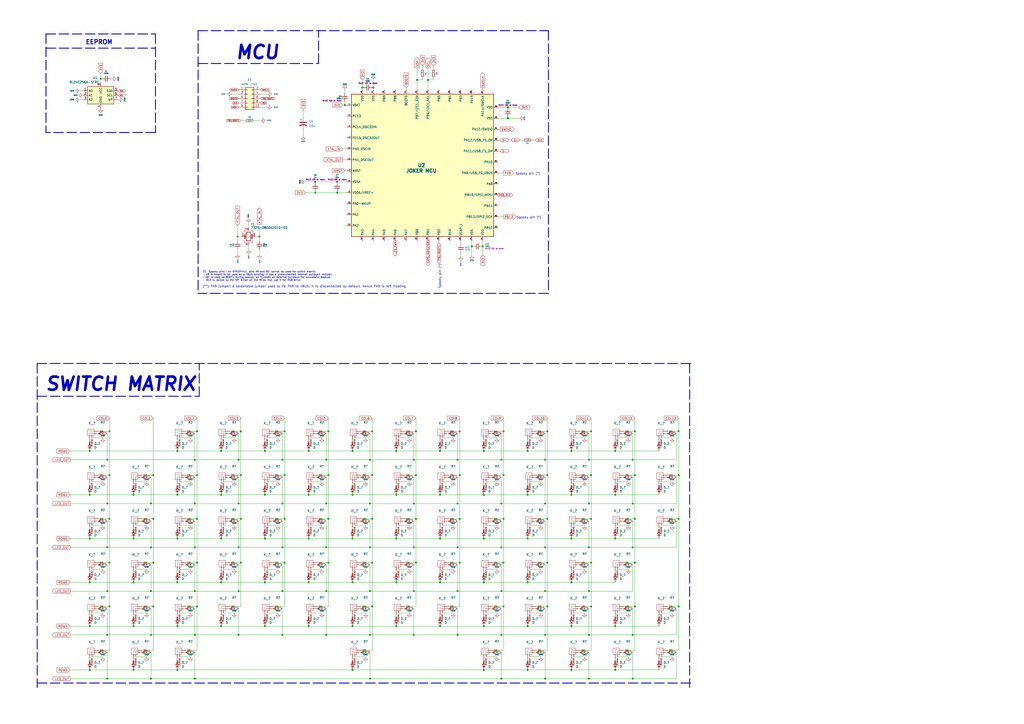
<source format=kicad_sch>
(kicad_sch (version 20211123) (generator eeschema)
  (paper "A2")
  (title_block (title "Acheron Joker48 template schematic") (date "2022-02-09") (rev "v1.1.0") (company "Designed by Gondolindrim"))
  (junction (at 204.47 388.62))
  (junction (at 179.07 337.82))
  (junction (at 113.03 368.3))
  (junction (at 290.83 266.7))
  (junction (at 294.64 62.23) (diameter 1.016))
  (junction (at 163.83 342.9))
  (junction (at 316.23 292.1))
  (junction (at 368.3 250.19))
  (junction (at 240.03 292.1))
  (junction (at 248.285 46.355) (diameter 0.9144))
  (junction (at 52.07 261.62))
  (junction (at 77.47 363.22))
  (junction (at 62.23 368.3))
  (junction (at 182.88 105.41))
  (junction (at 216.535 50.8) (diameter 1.016))
  (junction (at 87.63 292.1))
  (junction (at 179.07 261.62))
  (junction (at 87.63 368.3))
  (junction (at 102.87 363.22))
  (junction (at 87.63 317.5))
  (junction (at 290.83 393.7))
  (junction (at 266.7 275.59))
  (junction (at 182.88 111.76))
  (junction (at 210.185 50.8) (diameter 1.016))
  (junction (at 204.47 363.22))
  (junction (at 240.03 368.3))
  (junction (at 189.23 368.3))
  (junction (at 77.47 337.82))
  (junction (at 342.9 250.19))
  (junction (at 63.5 300.99))
  (junction (at 292.1 351.79))
  (junction (at 214.63 266.7))
  (junction (at 163.83 292.1))
  (junction (at 317.5 275.59))
  (junction (at 341.63 393.7))
  (junction (at 356.87 363.22))
  (junction (at 214.63 368.3))
  (junction (at 290.83 368.3))
  (junction (at 316.23 342.9))
  (junction (at 128.27 363.22))
  (junction (at 265.43 368.3))
  (junction (at 265.43 317.5))
  (junction (at 189.23 342.9))
  (junction (at 215.9 351.79))
  (junction (at 266.7 250.19))
  (junction (at 88.9 275.59))
  (junction (at 87.63 342.9))
  (junction (at 341.63 292.1))
  (junction (at 63.5 275.59))
  (junction (at 306.07 261.62))
  (junction (at 316.23 368.3))
  (junction (at 179.07 363.22))
  (junction (at 292.1 250.19))
  (junction (at 229.87 363.22))
  (junction (at 273.685 142.875) (diameter 1.016))
  (junction (at 139.7 326.39))
  (junction (at 367.03 266.7))
  (junction (at 165.1 300.99))
  (junction (at 52.07 363.22))
  (junction (at 128.27 312.42))
  (junction (at 368.3 275.59))
  (junction (at 62.23 317.5))
  (junction (at 265.43 342.9))
  (junction (at 102.87 337.82))
  (junction (at 367.03 368.3))
  (junction (at 368.3 300.99))
  (junction (at 393.7 351.79))
  (junction (at 356.87 312.42))
  (junction (at 113.03 266.7))
  (junction (at 356.87 388.62))
  (junction (at 153.67 337.82))
  (junction (at 316.23 266.7))
  (junction (at 331.47 388.62))
  (junction (at 306.07 388.62))
  (junction (at 179.07 287.02))
  (junction (at 114.3 351.79))
  (junction (at 102.87 312.42))
  (junction (at 113.03 317.5))
  (junction (at 331.47 261.62))
  (junction (at 215.9 250.19))
  (junction (at 113.03 393.7))
  (junction (at 102.87 261.62))
  (junction (at 240.03 342.9))
  (junction (at 114.3 300.99))
  (junction (at 114.3 326.39))
  (junction (at 62.23 342.9))
  (junction (at 189.23 317.5))
  (junction (at 150.495 137.16) (diameter 0.9144))
  (junction (at 165.1 275.59))
  (junction (at 77.47 287.02))
  (junction (at 102.87 287.02))
  (junction (at 214.63 342.9))
  (junction (at 138.43 342.9))
  (junction (at 241.3 275.59))
  (junction (at 241.3 300.99))
  (junction (at 128.27 337.82))
  (junction (at 139.7 275.59))
  (junction (at 88.9 300.99))
  (junction (at 290.83 292.1))
  (junction (at 306.07 337.82))
  (junction (at 163.83 266.7))
  (junction (at 189.23 266.7))
  (junction (at 137.795 137.16) (diameter 0.9144))
  (junction (at 153.67 261.62))
  (junction (at 204.47 337.82))
  (junction (at 280.67 261.62))
  (junction (at 280.67 388.62))
  (junction (at 317.5 351.79))
  (junction (at 204.47 287.02))
  (junction (at 229.87 261.62))
  (junction (at 290.83 317.5))
  (junction (at 190.5 326.39))
  (junction (at 240.03 317.5))
  (junction (at 342.9 326.39))
  (junction (at 280.67 337.82))
  (junction (at 255.27 312.42))
  (junction (at 393.7 300.99))
  (junction (at 341.63 342.9))
  (junction (at 190.5 250.19))
  (junction (at 63.5 351.79))
  (junction (at 229.87 312.42))
  (junction (at 341.63 266.7))
  (junction (at 200.025 60.96) (diameter 1.016))
  (junction (at 204.47 312.42))
  (junction (at 138.43 368.3))
  (junction (at 163.83 368.3))
  (junction (at 139.7 250.19))
  (junction (at 128.27 287.02))
  (junction (at 52.07 337.82))
  (junction (at 280.67 287.02))
  (junction (at 52.07 287.02))
  (junction (at 153.67 312.42))
  (junction (at 265.43 292.1))
  (junction (at 114.3 250.19))
  (junction (at 165.1 326.39))
  (junction (at 368.3 326.39))
  (junction (at 62.23 266.7))
  (junction (at 215.9 300.99))
  (junction (at 294.64 68.58) (diameter 1.016))
  (junction (at 331.47 312.42))
  (junction (at 214.63 317.5))
  (junction (at 113.03 292.1))
  (junction (at 356.87 261.62))
  (junction (at 280.67 363.22))
  (junction (at 214.63 393.7))
  (junction (at 255.27 337.82))
  (junction (at 128.27 261.62))
  (junction (at 292.1 300.99))
  (junction (at 342.9 300.99))
  (junction (at 215.9 326.39))
  (junction (at 331.47 337.82))
  (junction (at 367.03 292.1))
  (junction (at 138.43 292.1))
  (junction (at 367.03 393.7))
  (junction (at 138.43 266.7))
  (junction (at 368.3 351.79))
  (junction (at 342.9 275.59))
  (junction (at 63.5 250.19))
  (junction (at 393.7 275.59))
  (junction (at 266.7 300.99))
  (junction (at 341.63 317.5))
  (junction (at 62.23 393.7))
  (junction (at 241.3 250.19))
  (junction (at 255.27 261.62))
  (junction (at 229.87 337.82))
  (junction (at 153.67 363.22))
  (junction (at 317.5 300.99))
  (junction (at 62.23 292.1))
  (junction (at 195.58 111.76))
  (junction (at 280.67 312.42))
  (junction (at 88.9 351.79))
  (junction (at 190.5 275.59))
  (junction (at 229.87 287.02))
  (junction (at 163.83 317.5))
  (junction (at 255.27 287.02))
  (junction (at 306.07 312.42))
  (junction (at 306.07 363.22))
  (junction (at 265.43 266.7))
  (junction (at 113.03 342.9))
  (junction (at 139.7 300.99))
  (junction (at 195.58 105.41))
  (junction (at 266.7 326.39))
  (junction (at 77.47 388.62))
  (junction (at 179.07 312.42))
  (junction (at 317.5 326.39))
  (junction (at 341.63 368.3))
  (junction (at 342.9 351.79))
  (junction (at 280.035 142.875))
  (junction (at 190.5 300.99))
  (junction (at 214.63 292.1))
  (junction (at 331.47 363.22))
  (junction (at 138.43 317.5))
  (junction (at 204.47 261.62))
  (junction (at 241.3 326.39))
  (junction (at 316.23 317.5))
  (junction (at 165.1 250.19))
  (junction (at 292.1 275.59))
  (junction (at 316.23 393.7))
  (junction (at 393.7 250.19))
  (junction (at 189.23 292.1))
  (junction (at 317.5 250.19))
  (junction (at 331.47 287.02))
  (junction (at 77.47 312.42))
  (junction (at 63.5 326.39))
  (junction (at 52.07 312.42))
  (junction (at 52.07 388.62))
  (junction (at 87.63 393.7))
  (junction (at 88.9 326.39))
  (junction (at 102.87 388.62))
  (junction (at 240.03 266.7))
  (junction (at 153.67 287.02))
  (junction (at 367.03 317.5))
  (junction (at 356.87 287.02))
  (junction (at 114.3 275.59))
  (junction (at 290.83 342.9))
  (junction (at 292.1 326.39))
  (junction (at 255.27 363.22))
  (junction (at 215.9 275.59))
  (junction (at 58.42 45.72) (diameter 0.9144))
  (junction (at 306.07 287.02))
  (junction (at 241.935 46.355) (diameter 0.9144))
  (wire (pts (xy 87.63 393.7) (xy 113.03 393.7)))
  (wire (pts (xy 254.635 139.7) (xy 254.635 140.97)))
  (wire (pts (xy 157.48 327.66) (xy 158.75 327.66)))
  (wire (pts (xy 241.3 326.39) (xy 241.3 300.99)))
  (wire (pts (xy 229.87 312.42) (xy 255.27 312.42)))
  (wire (pts (xy 153.67 312.42) (xy 179.07 312.42)))
  (wire (pts (xy 234.95 351.79) (xy 241.3 351.79)))
  (wire (pts (xy 189.23 342.9) (xy 189.23 327.66)))
  (wire (pts (xy 292.1 351.79) (xy 292.1 326.39)))
  (wire (pts (xy 342.9 250.19) (xy 342.9 275.59)))
  (wire (pts (xy 309.88 327.66) (xy 311.15 327.66)))
  (wire (pts (xy 285.75 377.19) (xy 292.1 377.19)))
  (wire (pts (xy 158.75 275.59) (xy 165.1 275.59)))
  (wire (pts (xy 306.07 388.62) (xy 331.47 388.62)))
  (wire (pts (xy 341.63 368.3) (xy 367.03 368.3)))
  (wire (pts (xy 255.27 287.02) (xy 280.67 287.02)))
  (wire (pts (xy 189.23 317.5) (xy 214.63 317.5)))
  (wire (pts (xy 229.87 337.82) (xy 255.27 337.82)))
  (wire (pts (xy 189.23 292.1) (xy 214.63 292.1)))
  (polyline (pts (xy 114.935 36.83) (xy 184.785 36.83)) (stroke (width 0.508) (type dash)))
  (wire (pts (xy 53.34 381) (xy 59.69 381)))
  (wire (pts (xy 180.34 254) (xy 186.69 254)))
  (wire (pts (xy 204.47 312.42) (xy 229.87 312.42)))
  (wire (pts (xy 204.47 287.02) (xy 229.87 287.02)))
  (wire (pts (xy 331.47 312.42) (xy 356.87 312.42)))
  (wire (pts (xy 102.87 280.67) (xy 102.87 281.94)))
  (wire (pts (xy 306.07 382.27) (xy 306.07 383.54)))
  (wire (pts (xy 316.23 368.3) (xy 316.23 353.06)))
  (wire (pts (xy 154.94 355.6) (xy 161.29 355.6)))
  (wire (pts (xy 133.35 250.19) (xy 139.7 250.19)))
  (wire (pts (xy 195.58 105.41) (xy 195.58 106.045)))
  (wire (pts (xy 266.7 242.57) (xy 266.7 250.19)))
  (wire (pts (xy 229.87 255.27) (xy 229.87 256.54)))
  (polyline (pts (xy 318.135 17.78) (xy 318.135 170.18)) (stroke (width 0.508) (type dash)))
  (wire (pts (xy 106.68 251.46) (xy 107.95 251.46)))
  (wire (pts (xy 133.35 300.99) (xy 139.7 300.99)))
  (wire (pts (xy 290.83 292.1) (xy 316.23 292.1)))
  (wire (pts (xy 57.15 326.39) (xy 63.5 326.39)))
  (wire (pts (xy 208.28 276.86) (xy 209.55 276.86)))
  (wire (pts (xy 87.63 317.5) (xy 87.63 302.26)))
  (wire (pts (xy 205.74 381) (xy 212.09 381)))
  (wire (pts (xy 184.15 250.19) (xy 190.5 250.19)))
  (wire (pts (xy 240.03 342.9) (xy 265.43 342.9)))
  (wire (pts (xy 335.28 276.86) (xy 336.55 276.86)))
  (wire (pts (xy 82.55 351.79) (xy 88.9 351.79)))
  (wire (pts (xy 102.87 287.02) (xy 128.27 287.02)))
  (wire (pts (xy 332.74 254) (xy 339.09 254)))
  (wire (pts (xy 87.63 393.7) (xy 87.63 378.46)))
  (wire (pts (xy 383.54 254) (xy 389.89 254)))
  (wire (pts (xy 368.3 300.99) (xy 368.3 275.59)))
  (wire (pts (xy 316.23 368.3) (xy 341.63 368.3)))
  (wire (pts (xy 179.07 331.47) (xy 179.07 332.74)))
  (wire (pts (xy 102.87 261.62) (xy 128.27 261.62)))
  (wire (pts (xy 208.28 302.26) (xy 209.55 302.26)))
  (wire (pts (xy 53.34 330.2) (xy 59.69 330.2)))
  (wire (pts (xy 356.87 312.42) (xy 382.27 312.42)))
  (wire (pts (xy 138.43 266.7) (xy 138.43 251.46)))
  (wire (pts (xy 204.47 306.07) (xy 204.47 307.34)))
  (wire (pts (xy 63.5 242.57) (xy 63.5 250.19)))
  (wire (pts (xy 128.27 363.22) (xy 153.67 363.22)))
  (wire (pts (xy 40.64 266.7) (xy 62.23 266.7)))
  (wire (pts (xy 114.3 377.19) (xy 114.3 351.79)))
  (wire (pts (xy 46.355 57.785) (xy 48.26 57.785)))
  (wire (pts (xy 284.48 327.66) (xy 285.75 327.66)))
  (wire (pts (xy 77.47 356.87) (xy 77.47 358.14)))
  (wire (pts (xy 356.87 280.67) (xy 356.87 281.94)))
  (wire (pts (xy 280.67 382.27) (xy 280.67 383.54)))
  (wire (pts (xy 332.74 355.6) (xy 339.09 355.6)))
  (wire (pts (xy 336.55 326.39) (xy 342.9 326.39)))
  (wire (pts (xy 62.23 317.5) (xy 87.63 317.5)))
  (wire (pts (xy 241.3 351.79) (xy 241.3 326.39)))
  (wire (pts (xy 273.685 139.7) (xy 273.685 142.875)))
  (wire (pts (xy 87.63 342.9) (xy 87.63 327.66)))
  (wire (pts (xy 62.23 266.7) (xy 113.03 266.7)))
  (wire (pts (xy 209.55 326.39) (xy 215.9 326.39)))
  (wire (pts (xy 245.11 38.1) (xy 245.11 40.005)))
  (wire (pts (xy 386.08 276.86) (xy 387.35 276.86)))
  (wire (pts (xy 309.88 251.46) (xy 311.15 251.46)))
  (wire (pts (xy 55.88 378.46) (xy 57.15 378.46)))
  (wire (pts (xy 245.11 46.355) (xy 241.935 46.355)))
  (wire (pts (xy 208.28 353.06) (xy 209.55 353.06)))
  (wire (pts (xy 256.54 304.8) (xy 262.89 304.8)))
  (wire (pts (xy 266.7 326.39) (xy 266.7 300.99)))
  (wire (pts (xy 368.3 242.57) (xy 368.3 250.19)))
  (wire (pts (xy 204.47 261.62) (xy 229.87 261.62)))
  (wire (pts (xy 53.34 279.4) (xy 59.69 279.4)))
  (wire (pts (xy 55.88 353.06) (xy 57.15 353.06)))
  (wire (pts (xy 205.74 355.6) (xy 212.09 355.6)))
  (wire (pts (xy 367.03 393.7) (xy 367.03 378.46)))
  (wire (pts (xy 62.23 317.5) (xy 62.23 302.26)))
  (wire (pts (xy 335.28 302.26) (xy 336.55 302.26)))
  (wire (pts (xy 382.27 306.07) (xy 382.27 307.34)))
  (wire (pts (xy 102.87 337.82) (xy 128.27 337.82)))
  (wire (pts (xy 165.1 351.79) (xy 165.1 326.39)))
  (wire (pts (xy 358.14 304.8) (xy 364.49 304.8)))
  (wire (pts (xy 52.07 388.62) (xy 77.47 388.62)))
  (wire (pts (xy 288.925 125.73) (xy 292.1 125.73)))
  (wire (pts (xy 138.43 317.5) (xy 163.83 317.5)))
  (wire (pts (xy 62.23 342.9) (xy 87.63 342.9)))
  (wire (pts (xy 290.83 342.9) (xy 290.83 327.66)))
  (wire (pts (xy 104.14 355.6) (xy 110.49 355.6)))
  (wire (pts (xy 40.64 292.1) (xy 62.23 292.1)))
  (wire (pts (xy 367.03 317.5) (xy 392.43 317.5)))
  (wire (pts (xy 78.74 355.6) (xy 85.09 355.6)))
  (wire (pts (xy 342.9 326.39) (xy 342.9 300.99)))
  (wire (pts (xy 341.63 292.1) (xy 341.63 276.86)))
  (wire (pts (xy 129.54 279.4) (xy 135.89 279.4)))
  (wire (pts (xy 382.27 356.87) (xy 382.27 358.14)))
  (wire (pts (xy 281.94 279.4) (xy 288.29 279.4)))
  (wire (pts (xy 335.28 327.66) (xy 336.55 327.66)))
  (wire (pts (xy 316.23 266.7) (xy 316.23 251.46)))
  (wire (pts (xy 382.27 255.27) (xy 382.27 256.54)))
  (wire (pts (xy 356.87 356.87) (xy 356.87 358.14)))
  (wire (pts (xy 77.47 382.27) (xy 77.47 383.54)))
  (wire (pts (xy 260.35 300.99) (xy 266.7 300.99)))
  (wire (pts (xy 215.9 242.57) (xy 215.9 250.19)))
  (wire (pts (xy 387.35 377.19) (xy 393.7 377.19)))
  (wire (pts (xy 177.165 105.41) (xy 182.88 105.41)))
  (wire (pts (xy 341.63 317.5) (xy 367.03 317.5)))
  (wire (pts (xy 306.07 363.22) (xy 331.47 363.22)))
  (wire (pts (xy 234.95 326.39) (xy 241.3 326.39)))
  (wire (pts (xy 114.3 242.57) (xy 114.3 250.19)))
  (wire (pts (xy 317.5 300.99) (xy 317.5 275.59)))
  (wire (pts (xy 138.43 342.9) (xy 138.43 327.66)))
  (wire (pts (xy 342.9 242.57) (xy 342.9 250.19)))
  (wire (pts (xy 198.755 60.96) (xy 200.025 60.96)))
  (wire (pts (xy 392.43 266.7) (xy 392.43 251.46)))
  (wire (pts (xy 77.47 306.07) (xy 77.47 307.34)))
  (polyline (pts (xy 26.67 19.685) (xy 90.17 19.685)) (stroke (width 0.508) (type dash)))
  (wire (pts (xy 316.23 342.9) (xy 341.63 342.9)))
  (wire (pts (xy 133.35 351.79) (xy 139.7 351.79)))
  (wire (pts (xy 284.48 251.46) (xy 285.75 251.46)))
  (wire (pts (xy 306.07 255.27) (xy 306.07 256.54)))
  (wire (pts (xy 113.03 317.5) (xy 138.43 317.5)))
  (wire (pts (xy 204.47 356.87) (xy 204.47 358.14)))
  (wire (pts (xy 102.87 331.47) (xy 102.87 332.74)))
  (wire (pts (xy 233.68 353.06) (xy 234.95 353.06)))
  (wire (pts (xy 265.43 317.5) (xy 290.83 317.5)))
  (wire (pts (xy 280.035 50.8) (xy 280.035 52.07)))
  (wire (pts (xy 132.08 353.06) (xy 133.35 353.06)))
  (wire (pts (xy 139.7 69.85) (xy 142.24 69.85)))
  (wire (pts (xy 52.07 331.47) (xy 52.07 332.74)))
  (wire (pts (xy 81.28 276.86) (xy 82.55 276.86)))
  (wire (pts (xy 107.95 300.99) (xy 114.3 300.99)))
  (wire (pts (xy 189.23 292.1) (xy 189.23 276.86)))
  (wire (pts (xy 260.35 250.19) (xy 266.7 250.19)))
  (wire (pts (xy 335.28 353.06) (xy 336.55 353.06)))
  (wire (pts (xy 55.88 251.46) (xy 57.15 251.46)))
  (wire (pts (xy 281.94 355.6) (xy 288.29 355.6)))
  (wire (pts (xy 235.585 50.8) (xy 235.585 52.07)))
  (wire (pts (xy 204.47 382.27) (xy 204.47 383.54)))
  (wire (pts (xy 265.43 342.9) (xy 265.43 327.66)))
  (wire (pts (xy 306.07 287.02) (xy 331.47 287.02)))
  (wire (pts (xy 182.88 276.86) (xy 184.15 276.86)))
  (wire (pts (xy 303.53 81.28) (xy 301.625 81.28)))
  (wire (pts (xy 154.94 62.23) (xy 151.13 62.23)))
  (wire (pts (xy 392.43 292.1) (xy 392.43 276.86)))
  (wire (pts (xy 256.54 330.2) (xy 262.89 330.2)))
  (polyline (pts (xy 114.935 17.78) (xy 114.935 170.18)) (stroke (width 0.508) (type dash)))
  (wire (pts (xy 87.63 317.5) (xy 113.03 317.5)))
  (wire (pts (xy 332.74 279.4) (xy 339.09 279.4)))
  (wire (pts (xy 255.27 312.42) (xy 280.67 312.42)))
  (wire (pts (xy 200.025 60.96) (xy 201.295 60.96)))
  (wire (pts (xy 273.685 142.875) (xy 274.32 142.875)))
  (wire (pts (xy 195.58 111.76) (xy 201.295 111.76)))
  (polyline (pts (xy 184.785 36.83) (xy 184.785 17.78)) (stroke (width 0.508) (type dash)))
  (wire (pts (xy 113.03 342.9) (xy 138.43 342.9)))
  (wire (pts (xy 290.83 393.7) (xy 290.83 378.46)))
  (wire (pts (xy 316.23 317.5) (xy 316.23 302.26)))
  (wire (pts (xy 311.15 326.39) (xy 317.5 326.39)))
  (wire (pts (xy 62.23 368.3) (xy 62.23 353.06)))
  (wire (pts (xy 158.75 351.79) (xy 165.1 351.79)))
  (wire (pts (xy 46.355 52.705) (xy 48.26 52.705)))
  (wire (pts (xy 138.43 292.1) (xy 163.83 292.1)))
  (wire (pts (xy 317.5 242.57) (xy 317.5 250.19)))
  (wire (pts (xy 102.87 306.07) (xy 102.87 307.34)))
  (wire (pts (xy 256.54 254) (xy 262.89 254)))
  (wire (pts (xy 63.5 326.39) (xy 63.5 300.99)))
  (wire (pts (xy 190.5 351.79) (xy 190.5 326.39)))
  (wire (pts (xy 113.03 342.9) (xy 113.03 327.66)))
  (wire (pts (xy 163.83 266.7) (xy 163.83 251.46)))
  (wire (pts (xy 179.07 280.67) (xy 179.07 281.94)))
  (wire (pts (xy 63.5 351.79) (xy 63.5 326.39)))
  (wire (pts (xy 190.5 326.39) (xy 190.5 300.99)))
  (wire (pts (xy 82.55 275.59) (xy 88.9 275.59)))
  (wire (pts (xy 128.27 312.42) (xy 153.67 312.42)))
  (wire (pts (xy 214.63 393.7) (xy 214.63 378.46)))
  (wire (pts (xy 214.63 266.7) (xy 214.63 251.46)))
  (wire (pts (xy 367.03 368.3) (xy 392.43 368.3)))
  (wire (pts (xy 113.03 292.1) (xy 138.43 292.1)))
  (wire (pts (xy 138.43 292.1) (xy 138.43 276.86)))
  (wire (pts (xy 240.03 317.5) (xy 240.03 302.26)))
  (wire (pts (xy 63.5 377.19) (xy 63.5 351.79)))
  (wire (pts (xy 284.48 276.86) (xy 285.75 276.86)))
  (wire (pts (xy 113.03 393.7) (xy 113.03 378.46)))
  (wire (pts (xy 81.28 327.66) (xy 82.55 327.66)))
  (wire (pts (xy 229.87 356.87) (xy 229.87 358.14)))
  (wire (pts (xy 52.07 306.07) (xy 52.07 307.34)))
  (wire (pts (xy 290.83 266.7) (xy 316.23 266.7)))
  (wire (pts (xy 78.74 279.4) (xy 85.09 279.4)))
  (wire (pts (xy 285.75 326.39) (xy 292.1 326.39)))
  (wire (pts (xy 64.135 45.72) (xy 64.77 45.72)))
  (wire (pts (xy 132.08 327.66) (xy 133.35 327.66)))
  (wire (pts (xy 55.88 302.26) (xy 57.15 302.26)))
  (wire (pts (xy 102.87 388.62) (xy 204.47 388.62)))
  (wire (pts (xy 40.64 363.22) (xy 52.07 363.22)))
  (wire (pts (xy 189.23 317.5) (xy 189.23 302.26)))
  (wire (pts (xy 114.3 351.79) (xy 114.3 326.39)))
  (wire (pts (xy 163.83 292.1) (xy 189.23 292.1)))
  (wire (pts (xy 393.7 300.99) (xy 393.7 275.59)))
  (wire (pts (xy 106.68 276.86) (xy 107.95 276.86)))
  (wire (pts (xy 356.87 388.62) (xy 382.27 388.62)))
  (wire (pts (xy 113.03 393.7) (xy 214.63 393.7)))
  (wire (pts (xy 132.08 302.26) (xy 133.35 302.26)))
  (wire (pts (xy 52.07 280.67) (xy 52.07 281.94)))
  (wire (pts (xy 157.48 251.46) (xy 158.75 251.46)))
  (wire (pts (xy 53.34 304.8) (xy 59.69 304.8)))
  (wire (pts (xy 52.07 382.27) (xy 52.07 383.54)))
  (wire (pts (xy 240.03 368.3) (xy 240.03 353.06)))
  (wire (pts (xy 129.54 355.6) (xy 135.89 355.6)))
  (wire (pts (xy 52.07 255.27) (xy 52.07 256.54)))
  (wire (pts (xy 231.14 254) (xy 237.49 254)))
  (wire (pts (xy 204.47 388.62) (xy 280.67 388.62)))
  (wire (pts (xy 77.47 312.42) (xy 102.87 312.42)))
  (wire (pts (xy 88.9 326.39) (xy 88.9 300.99)))
  (wire (pts (xy 280.67 287.02) (xy 306.07 287.02)))
  (wire (pts (xy 107.95 275.59) (xy 114.3 275.59)))
  (wire (pts (xy 113.03 368.3) (xy 138.43 368.3)))
  (wire (pts (xy 88.9 377.19) (xy 88.9 351.79)))
  (wire (pts (xy 288.925 62.23) (xy 294.64 62.23)))
  (wire (pts (xy 294.64 62.23) (xy 300.99 62.23)))
  (wire (pts (xy 356.87 363.22) (xy 382.27 363.22)))
  (wire (pts (xy 165.1 242.57) (xy 165.1 250.19)))
  (wire (pts (xy 233.68 276.86) (xy 234.95 276.86)))
  (wire (pts (xy 182.88 111.125) (xy 182.88 111.76)))
  (wire (pts (xy 285.75 351.79) (xy 292.1 351.79)))
  (wire (pts (xy 200.025 59.055) (xy 200.025 60.96)))
  (wire (pts (xy 316.23 292.1) (xy 341.63 292.1)))
  (wire (pts (xy 81.28 378.46) (xy 82.55 378.46)))
  (wire (pts (xy 200.025 52.07) (xy 200.025 53.975)))
  (wire (pts (xy 144.145 144.78) (xy 144.145 142.24)))
  (wire (pts (xy 88.9 351.79) (xy 88.9 326.39)))
  (wire (pts (xy 292.1 326.39) (xy 292.1 300.99)))
  (wire (pts (xy 288.925 81.28) (xy 290.195 81.28)))
  (wire (pts (xy 81.28 353.06) (xy 82.55 353.06)))
  (wire (pts (xy 55.88 327.66) (xy 57.15 327.66)))
  (polyline (pts (xy 114.935 17.78) (xy 318.135 17.78)) (stroke (width 0.508) (type dash)))
  (wire (pts (xy 107.95 250.19) (xy 114.3 250.19)))
  (polyline (pts (xy 21.59 210.82) (xy 401.32 210.82)) (stroke (width 0.508) (type dash)))
  (wire (pts (xy 331.47 331.47) (xy 331.47 332.74)))
  (wire (pts (xy 62.23 292.1) (xy 87.63 292.1)))
  (wire (pts (xy 40.64 393.7) (xy 62.23 393.7)))
  (wire (pts (xy 52.07 363.22) (xy 77.47 363.22)))
  (wire (pts (xy 104.14 254) (xy 110.49 254)))
  (wire (pts (xy 153.67 356.87) (xy 153.67 358.14)))
  (wire (pts (xy 77.47 337.82) (xy 102.87 337.82)))
  (wire (pts (xy 180.34 279.4) (xy 186.69 279.4)))
  (wire (pts (xy 309.88 353.06) (xy 311.15 353.06)))
  (wire (pts (xy 387.35 250.19) (xy 393.7 250.19)))
  (wire (pts (xy 53.34 254) (xy 59.69 254)))
  (wire (pts (xy 229.87 363.22) (xy 255.27 363.22)))
  (wire (pts (xy 52.07 356.87) (xy 52.07 358.14)))
  (wire (pts (xy 104.14 381) (xy 110.49 381)))
  (wire (pts (xy 255.27 255.27) (xy 255.27 256.54)))
  (wire (pts (xy 77.47 287.02) (xy 102.87 287.02)))
  (wire (pts (xy 256.54 279.4) (xy 262.89 279.4)))
  (wire (pts (xy 40.64 342.9) (xy 62.23 342.9)))
  (wire (pts (xy 265.43 317.5) (xy 265.43 302.26)))
  (wire (pts (xy 367.03 342.9) (xy 367.03 327.66)))
  (wire (pts (xy 154.94 254) (xy 161.29 254)))
  (wire (pts (xy 209.55 275.59) (xy 215.9 275.59)))
  (wire (pts (xy 82.55 377.19) (xy 88.9 377.19)))
  (wire (pts (xy 280.035 139.7) (xy 280.035 142.875)))
  (wire (pts (xy 280.035 142.875) (xy 280.035 147.955)))
  (wire (pts (xy 57.15 351.79) (xy 63.5 351.79)))
  (wire (pts (xy 88.9 300.99) (xy 88.9 275.59)))
  (wire (pts (xy 290.83 266.7) (xy 290.83 251.46)))
  (wire (pts (xy 248.285 46.355) (xy 248.285 52.07)))
  (wire (pts (xy 393.7 377.19) (xy 393.7 351.79)))
  (wire (pts (xy 129.54 254) (xy 135.89 254)))
  (wire (pts (xy 392.43 368.3) (xy 392.43 353.06)))
  (wire (pts (xy 184.15 351.79) (xy 190.5 351.79)))
  (wire (pts (xy 153.67 255.27) (xy 153.67 256.54)))
  (wire (pts (xy 332.74 330.2) (xy 339.09 330.2)))
  (wire (pts (xy 150.495 139.7) (xy 150.495 137.16)))
  (wire (pts (xy 290.83 342.9) (xy 316.23 342.9)))
  (wire (pts (xy 104.14 330.2) (xy 110.49 330.2)))
  (wire (pts (xy 158.75 250.19) (xy 165.1 250.19)))
  (wire (pts (xy 179.07 261.62) (xy 204.47 261.62)))
  (wire (pts (xy 163.83 342.9) (xy 163.83 327.66)))
  (wire (pts (xy 190.5 250.19) (xy 190.5 275.59)))
  (wire (pts (xy 280.67 255.27) (xy 280.67 256.54)))
  (wire (pts (xy 367.03 266.7) (xy 367.03 251.46)))
  (wire (pts (xy 280.67 306.07) (xy 280.67 307.34)))
  (wire (pts (xy 102.87 363.22) (xy 128.27 363.22)))
  (wire (pts (xy 240.03 317.5) (xy 265.43 317.5)))
  (wire (pts (xy 280.67 337.82) (xy 306.07 337.82)))
  (wire (pts (xy 78.74 330.2) (xy 85.09 330.2)))
  (wire (pts (xy 78.74 381) (xy 85.09 381)))
  (wire (pts (xy 138.43 368.3) (xy 163.83 368.3)))
  (wire (pts (xy 307.34 330.2) (xy 313.69 330.2)))
  (wire (pts (xy 215.9 377.19) (xy 215.9 351.79)))
  (wire (pts (xy 231.14 355.6) (xy 237.49 355.6)))
  (wire (pts (xy 184.15 275.59) (xy 190.5 275.59)))
  (wire (pts (xy 40.64 388.62) (xy 52.07 388.62)))
  (wire (pts (xy 214.63 266.7) (xy 240.03 266.7)))
  (wire (pts (xy 251.46 38.1) (xy 251.46 40.005)))
  (wire (pts (xy 189.23 368.3) (xy 214.63 368.3)))
  (wire (pts (xy 150.495 130.175) (xy 150.495 137.16)))
  (wire (pts (xy 163.83 368.3) (xy 189.23 368.3)))
  (wire (pts (xy 259.08 302.26) (xy 260.35 302.26)))
  (wire (pts (xy 240.03 292.1) (xy 265.43 292.1)))
  (wire (pts (xy 175.895 63.5) (xy 175.895 67.945)))
  (wire (pts (xy 175.895 75.565) (xy 175.895 78.74)))
  (wire (pts (xy 336.55 275.59) (xy 342.9 275.59)))
  (wire (pts (xy 87.63 368.3) (xy 87.63 353.06)))
  (wire (pts (xy 361.95 275.59) (xy 368.3 275.59)))
  (wire (pts (xy 163.83 317.5) (xy 189.23 317.5)))
  (wire (pts (xy 205.74 279.4) (xy 212.09 279.4)))
  (wire (pts (xy 331.47 388.62) (xy 356.87 388.62)))
  (wire (pts (xy 229.87 306.07) (xy 229.87 307.34)))
  (wire (pts (xy 150.495 147.32) (xy 150.495 144.78)))
  (wire (pts (xy 292.1 242.57) (xy 292.1 250.19)))
  (wire (pts (xy 157.48 276.86) (xy 158.75 276.86)))
  (wire (pts (xy 368.3 326.39) (xy 368.3 300.99)))
  (wire (pts (xy 129.54 304.8) (xy 135.89 304.8)))
  (wire (pts (xy 132.08 276.86) (xy 133.35 276.86)))
  (wire (pts (xy 179.07 337.82) (xy 204.47 337.82)))
  (wire (pts (xy 139.7 300.99) (xy 139.7 275.59)))
  (wire (pts (xy 356.87 331.47) (xy 356.87 332.74)))
  (wire (pts (xy 216.535 46.355) (xy 216.535 50.8)))
  (wire (pts (xy 260.35 275.59) (xy 266.7 275.59)))
  (wire (pts (xy 383.54 381) (xy 389.89 381)))
  (wire (pts (xy 62.23 393.7) (xy 62.23 378.46)))
  (wire (pts (xy 106.68 378.46) (xy 107.95 378.46)))
  (wire (pts (xy 383.54 279.4) (xy 389.89 279.4)))
  (wire (pts (xy 137.795 130.81) (xy 137.795 137.16)))
  (wire (pts (xy 184.15 300.99) (xy 190.5 300.99)))
  (wire (pts (xy 113.03 266.7) (xy 138.43 266.7)))
  (wire (pts (xy 104.14 279.4) (xy 110.49 279.4)))
  (wire (pts (xy 386.08 378.46) (xy 387.35 378.46)))
  (wire (pts (xy 214.63 317.5) (xy 214.63 302.26)))
  (wire (pts (xy 280.67 331.47) (xy 280.67 332.74)))
  (wire (pts (xy 138.43 317.5) (xy 138.43 302.26)))
  (wire (pts (xy 265.43 368.3) (xy 265.43 353.06)))
  (wire (pts (xy 317.5 377.19) (xy 317.5 351.79)))
  (wire (pts (xy 273.685 142.875) (xy 273.685 147.955)))
  (wire (pts (xy 259.08 276.86) (xy 260.35 276.86)))
  (wire (pts (xy 266.7 300.99) (xy 266.7 275.59)))
  (wire (pts (xy 157.48 302.26) (xy 158.75 302.26)))
  (wire (pts (xy 255.27 337.82) (xy 280.67 337.82)))
  (wire (pts (xy 336.55 377.19) (xy 342.9 377.19)))
  (wire (pts (xy 182.88 105.41) (xy 195.58 105.41)))
  (wire (pts (xy 195.58 105.41) (xy 201.295 105.41)))
  (wire (pts (xy 290.83 292.1) (xy 290.83 276.86)))
  (wire (pts (xy 52.07 312.42) (xy 77.47 312.42)))
  (wire (pts (xy 40.64 337.82) (xy 52.07 337.82)))
  (wire (pts (xy 107.95 377.19) (xy 114.3 377.19)))
  (wire (pts (xy 307.34 254) (xy 313.69 254)))
  (wire (pts (xy 265.43 292.1) (xy 265.43 276.86)))
  (wire (pts (xy 360.68 302.26) (xy 361.95 302.26)))
  (wire (pts (xy 215.9 250.19) (xy 215.9 275.59)))
  (wire (pts (xy 358.14 381) (xy 364.49 381)))
  (wire (pts (xy 87.63 368.3) (xy 113.03 368.3)))
  (wire (pts (xy 342.9 300.99) (xy 342.9 275.59)))
  (polyline (pts (xy 21.59 210.82) (xy 21.59 398.78)) (stroke (width 0.508) (type dash)))
  (wire (pts (xy 358.14 279.4) (xy 364.49 279.4)))
  (wire (pts (xy 280.67 388.62) (xy 306.07 388.62)))
  (wire (pts (xy 317.5 351.79) (xy 317.5 326.39)))
  (wire (pts (xy 214.63 292.1) (xy 214.63 276.86)))
  (wire (pts (xy 267.335 139.7) (xy 267.335 141.605)))
  (wire (pts (xy 205.74 330.2) (xy 212.09 330.2)))
  (polyline (pts (xy 21.59 396.24) (xy 401.32 396.24)) (stroke (width 0.508) (type dash)))
  (wire (pts (xy 215.9 300.99) (xy 215.9 275.59)))
  (wire (pts (xy 367.03 368.3) (xy 367.03 353.06)))
  (wire (pts (xy 341.63 266.7) (xy 367.03 266.7)))
  (wire (pts (xy 360.68 276.86) (xy 361.95 276.86)))
  (wire (pts (xy 358.14 330.2) (xy 364.49 330.2)))
  (wire (pts (xy 306.07 280.67) (xy 306.07 281.94)))
  (wire (pts (xy 179.07 306.07) (xy 179.07 307.34)))
  (wire (pts (xy 231.14 279.4) (xy 237.49 279.4)))
  (wire (pts (xy 331.47 306.07) (xy 331.47 307.34)))
  (wire (pts (xy 82.55 326.39) (xy 88.9 326.39)))
  (wire (pts (xy 260.35 351.79) (xy 266.7 351.79)))
  (wire (pts (xy 265.43 342.9) (xy 290.83 342.9)))
  (wire (pts (xy 341.63 368.3) (xy 341.63 353.06)))
  (wire (pts (xy 205.74 304.8) (xy 212.09 304.8)))
  (wire (pts (xy 229.87 287.02) (xy 255.27 287.02)))
  (wire (pts (xy 367.03 317.5) (xy 367.03 302.26)))
  (wire (pts (xy 102.87 255.27) (xy 102.87 256.54)))
  (wire (pts (xy 63.5 250.19) (xy 63.5 275.59)))
  (wire (pts (xy 208.28 378.46) (xy 209.55 378.46)))
  (wire (pts (xy 113.03 317.5) (xy 113.03 302.26)))
  (wire (pts (xy 393.7 250.19) (xy 393.7 275.59)))
  (wire (pts (xy 77.47 388.62) (xy 102.87 388.62)))
  (wire (pts (xy 292.1 377.19) (xy 292.1 351.79)))
  (wire (pts (xy 133.35 326.39) (xy 139.7 326.39)))
  (wire (pts (xy 267.335 146.685) (xy 267.335 148.59)))
  (wire (pts (xy 62.23 393.7) (xy 87.63 393.7)))
  (wire (pts (xy 393.7 242.57) (xy 393.7 250.19)))
  (wire (pts (xy 180.34 355.6) (xy 186.69 355.6)))
  (wire (pts (xy 245.11 45.085) (xy 245.11 46.355)))
  (wire (pts (xy 52.07 287.02) (xy 77.47 287.02)))
  (wire (pts (xy 341.63 266.7) (xy 341.63 251.46)))
  (wire (pts (xy 382.27 382.27) (xy 382.27 383.54)))
  (wire (pts (xy 128.27 356.87) (xy 128.27 358.14)))
  (wire (pts (xy 205.74 254) (xy 212.09 254)))
  (wire (pts (xy 255.27 356.87) (xy 255.27 358.14)))
  (wire (pts (xy 128.27 255.27) (xy 128.27 256.54)))
  (wire (pts (xy 58.42 45.72) (xy 58.42 47.625)))
  (wire (pts (xy 154.94 279.4) (xy 161.29 279.4)))
  (wire (pts (xy 240.03 368.3) (xy 265.43 368.3)))
  (wire (pts (xy 133.35 275.59) (xy 139.7 275.59)))
  (wire (pts (xy 240.03 266.7) (xy 240.03 251.46)))
  (wire (pts (xy 138.43 368.3) (xy 138.43 353.06)))
  (wire (pts (xy 331.47 280.67) (xy 331.47 281.94)))
  (wire (pts (xy 331.47 382.27) (xy 331.47 383.54)))
  (wire (pts (xy 144.145 129.54) (xy 144.145 132.08)))
  (wire (pts (xy 153.67 261.62) (xy 179.07 261.62)))
  (wire (pts (xy 292.1 300.99) (xy 292.1 275.59)))
  (wire (pts (xy 316.23 292.1) (xy 316.23 276.86)))
  (wire (pts (xy 204.47 331.47) (xy 204.47 332.74)))
  (wire (pts (xy 40.64 261.62) (xy 52.07 261.62)))
  (wire (pts (xy 163.83 266.7) (xy 189.23 266.7)))
  (wire (pts (xy 153.67 287.02) (xy 179.07 287.02)))
  (wire (pts (xy 153.67 331.47) (xy 153.67 332.74)))
  (wire (pts (xy 231.14 304.8) (xy 237.49 304.8)))
  (wire (pts (xy 255.27 280.67) (xy 255.27 281.94)))
  (wire (pts (xy 336.55 300.99) (xy 342.9 300.99)))
  (wire (pts (xy 265.43 266.7) (xy 290.83 266.7)))
  (wire (pts (xy 367.03 292.1) (xy 392.43 292.1)))
  (wire (pts (xy 335.28 378.46) (xy 336.55 378.46)))
  (wire (pts (xy 387.35 300.99) (xy 393.7 300.99)))
  (wire (pts (xy 195.58 111.125) (xy 195.58 111.76)))
  (polyline (pts (xy 90.17 76.835) (xy 26.67 76.835)) (stroke (width 0.508) (type dash)))
  (wire (pts (xy 255.27 306.07) (xy 255.27 307.34)))
  (wire (pts (xy 58.42 42.545) (xy 58.42 45.72)))
  (wire (pts (xy 288.925 87.63) (xy 290.195 87.63)))
  (wire (pts (xy 210.185 50.8) (xy 210.82 50.8)))
  (wire (pts (xy 190.5 242.57) (xy 190.5 250.19)))
  (wire (pts (xy 107.95 351.79) (xy 114.3 351.79)))
  (wire (pts (xy 241.3 242.57) (xy 241.3 250.19)))
  (wire (pts (xy 392.43 317.5) (xy 392.43 302.26)))
  (wire (pts (xy 331.47 261.62) (xy 356.87 261.62)))
  (wire (pts (xy 255.27 261.62) (xy 280.67 261.62)))
  (wire (pts (xy 266.7 250.19) (xy 266.7 275.59)))
  (wire (pts (xy 393.7 351.79) (xy 393.7 300.99)))
  (wire (pts (xy 229.87 280.67) (xy 229.87 281.94)))
  (wire (pts (xy 265.43 266.7) (xy 265.43 251.46)))
  (wire (pts (xy 368.3 377.19) (xy 368.3 351.79)))
  (wire (pts (xy 53.34 355.6) (xy 59.69 355.6)))
  (wire (pts (xy 259.08 353.06) (xy 260.35 353.06)))
  (wire (pts (xy 128.27 287.02) (xy 153.67 287.02)))
  (wire (pts (xy 255.27 331.47) (xy 255.27 332.74)))
  (wire (pts (xy 214.63 342.9) (xy 240.03 342.9)))
  (wire (pts (xy 208.28 251.46) (xy 209.55 251.46)))
  (wire (pts (xy 139.7 242.57) (xy 139.7 250.19)))
  (wire (pts (xy 234.95 275.59) (xy 241.3 275.59)))
  (wire (pts (xy 240.03 292.1) (xy 240.03 276.86)))
  (wire (pts (xy 139.7 351.79) (xy 139.7 326.39)))
  (wire (pts (xy 163.83 317.5) (xy 163.83 302.26)))
  (wire (pts (xy 106.68 302.26) (xy 107.95 302.26)))
  (wire (pts (xy 179.07 312.42) (xy 204.47 312.42)))
  (wire (pts (xy 341.63 342.9) (xy 367.03 342.9)))
  (wire (pts (xy 204.47 337.82) (xy 229.87 337.82)))
  (wire (pts (xy 387.35 351.79) (xy 393.7 351.79)))
  (wire (pts (xy 189.23 266.7) (xy 214.63 266.7)))
  (wire (pts (xy 182.88 353.06) (xy 184.15 353.06)))
  (wire (pts (xy 290.83 368.3) (xy 290.83 353.06)))
  (wire (pts (xy 387.35 275.59) (xy 393.7 275.59)))
  (wire (pts (xy 114.3 300.99) (xy 114.3 275.59)))
  (wire (pts (xy 208.28 327.66) (xy 209.55 327.66)))
  (wire (pts (xy 52.07 337.82) (xy 77.47 337.82)))
  (wire (pts (xy 265.43 368.3) (xy 290.83 368.3)))
  (wire (pts (xy 233.68 302.26) (xy 234.95 302.26)))
  (wire (pts (xy 284.48 353.06) (xy 285.75 353.06)))
  (wire (pts (xy 281.94 304.8) (xy 288.29 304.8)))
  (wire (pts (xy 163.83 292.1) (xy 163.83 276.86)))
  (wire (pts (xy 62.23 342.9) (xy 62.23 327.66)))
  (wire (pts (xy 153.67 280.67) (xy 153.67 281.94)))
  (wire (pts (xy 240.03 266.7) (xy 265.43 266.7)))
  (wire (pts (xy 392.43 393.7) (xy 392.43 378.46)))
  (wire (pts (xy 107.95 326.39) (xy 114.3 326.39)))
  (wire (pts (xy 284.48 378.46) (xy 285.75 378.46)))
  (wire (pts (xy 360.68 251.46) (xy 361.95 251.46)))
  (wire (pts (xy 82.55 300.99) (xy 88.9 300.99)))
  (wire (pts (xy 342.9 351.79) (xy 342.9 326.39)))
  (wire (pts (xy 204.47 363.22) (xy 229.87 363.22)))
  (wire (pts (xy 309.88 276.86) (xy 311.15 276.86)))
  (wire (pts (xy 158.75 300.99) (xy 165.1 300.99)))
  (wire (pts (xy 332.74 381) (xy 339.09 381)))
  (wire (pts (xy 209.55 351.79) (xy 215.9 351.79)))
  (wire (pts (xy 165.1 326.39) (xy 165.1 300.99)))
  (wire (pts (xy 341.63 393.7) (xy 341.63 378.46)))
  (wire (pts (xy 280.67 363.22) (xy 306.07 363.22)))
  (wire (pts (xy 106.68 353.06) (xy 107.95 353.06)))
  (wire (pts (xy 290.83 317.5) (xy 290.83 302.26)))
  (wire (pts (xy 215.9 50.8) (xy 216.535 50.8)))
  (wire (pts (xy 180.34 330.2) (xy 186.69 330.2)))
  (wire (pts (xy 306.07 356.87) (xy 306.07 358.14)))
  (wire (pts (xy 180.34 304.8) (xy 186.69 304.8)))
  (wire (pts (xy 317.5 326.39) (xy 317.5 300.99)))
  (wire (pts (xy 209.55 300.99) (xy 215.9 300.99)))
  (wire (pts (xy 234.95 300.99) (xy 241.3 300.99)))
  (polyline (pts (xy 26.67 27.94) (xy 90.17 27.94)) (stroke (width 0.508) (type dash)))
  (wire (pts (xy 104.14 304.8) (xy 110.49 304.8)))
  (wire (pts (xy 129.54 330.2) (xy 135.89 330.2)))
  (wire (pts (xy 281.94 254) (xy 288.29 254)))
  (wire (pts (xy 341.63 393.7) (xy 367.03 393.7)))
  (wire (pts (xy 331.47 363.22) (xy 356.87 363.22)))
  (wire (pts (xy 382.27 280.67) (xy 382.27 281.94)))
  (wire (pts (xy 40.64 312.42) (xy 52.07 312.42)))
  (wire (pts (xy 153.67 337.82) (xy 179.07 337.82)))
  (wire (pts (xy 77.47 280.67) (xy 77.47 281.94)))
  (wire (pts (xy 182.88 302.26) (xy 184.15 302.26)))
  (wire (pts (xy 316.23 317.5) (xy 341.63 317.5)))
  (wire (pts (xy 309.88 378.46) (xy 311.15 378.46)))
  (wire (pts (xy 179.07 287.02) (xy 204.47 287.02)))
  (wire (pts (xy 81.28 302.26) (xy 82.55 302.26)))
  (wire (pts (xy 292.1 250.19) (xy 292.1 275.59)))
  (wire (pts (xy 233.68 327.66) (xy 234.95 327.66)))
  (wire (pts (xy 55.88 276.86) (xy 57.15 276.86)))
  (wire (pts (xy 210.185 50.8) (xy 210.185 52.07)))
  (wire (pts (xy 294.64 67.945) (xy 294.64 68.58)))
  (wire (pts (xy 189.23 368.3) (xy 189.23 353.06)))
  (wire (pts (xy 316.23 393.7) (xy 316.23 378.46)))
  (wire (pts (xy 367.03 393.7) (xy 392.43 393.7)))
  (wire (pts (xy 216.535 50.8) (xy 216.535 52.07)))
  (wire (pts (xy 316.23 393.7) (xy 341.63 393.7)))
  (wire (pts (xy 281.94 330.2) (xy 288.29 330.2)))
  (wire (pts (xy 386.08 353.06) (xy 387.35 353.06)))
  (wire (pts (xy 209.55 377.19) (xy 215.9 377.19)))
  (wire (pts (xy 139.7 250.19) (xy 139.7 275.59)))
  (wire (pts (xy 311.15 275.59) (xy 317.5 275.59)))
  (wire (pts (xy 386.08 302.26) (xy 387.35 302.26)))
  (wire (pts (xy 316.23 342.9) (xy 316.23 327.66)))
  (wire (pts (xy 256.54 355.6) (xy 262.89 355.6)))
  (wire (pts (xy 87.63 342.9) (xy 113.03 342.9)))
  (wire (pts (xy 138.43 266.7) (xy 163.83 266.7)))
  (wire (pts (xy 361.95 250.19) (xy 368.3 250.19)))
  (wire (pts (xy 311.15 377.19) (xy 317.5 377.19)))
  (wire (pts (xy 317.5 250.19) (xy 317.5 275.59)))
  (wire (pts (xy 40.64 287.02) (xy 52.07 287.02)))
  (wire (pts (xy 311.15 250.19) (xy 317.5 250.19)))
  (wire (pts (xy 150.495 137.16) (xy 147.955 137.16)))
  (wire (pts (xy 259.08 327.66) (xy 260.35 327.66)))
  (wire (pts (xy 294.64 62.23) (xy 294.64 62.865)))
  (wire (pts (xy 361.95 300.99) (xy 368.3 300.99)))
  (wire (pts (xy 215.9 351.79) (xy 215.9 326.39)))
  (wire (pts (xy 331.47 255.27) (xy 331.47 256.54)))
  (polyline (pts (xy 318.135 170.18) (xy 114.935 170.18)) (stroke (width 0.508) (type dash)))
  (wire (pts (xy 316.23 266.7) (xy 341.63 266.7)))
  (wire (pts (xy 361.95 377.19) (xy 368.3 377.19)))
  (wire (pts (xy 62.23 292.1) (xy 62.23 276.86)))
  (wire (pts (xy 251.46 46.355) (xy 248.285 46.355)))
  (wire (pts (xy 331.47 337.82) (xy 356.87 337.82)))
  (wire (pts (xy 63.5 300.99) (xy 63.5 275.59)))
  (wire (pts (xy 331.47 287.02) (xy 356.87 287.02)))
  (wire (pts (xy 336.55 250.19) (xy 342.9 250.19)))
  (wire (pts (xy 154.94 54.61) (xy 151.13 54.61)))
  (wire (pts (xy 341.63 342.9) (xy 341.63 327.66)))
  (wire (pts (xy 200.025 99.06) (xy 201.295 99.06)))
  (wire (pts (xy 114.3 250.19) (xy 114.3 275.59)))
  (wire (pts (xy 113.03 368.3) (xy 113.03 353.06)))
  (wire (pts (xy 307.34 381) (xy 313.69 381)))
  (wire (pts (xy 88.9 242.57) (xy 88.9 275.59)))
  (polyline (pts (xy 26.67 19.685) (xy 26.67 76.835)) (stroke (width 0.508) (type dash)))
  (wire (pts (xy 151.13 69.85) (xy 147.32 69.85)))
  (wire (pts (xy 241.935 39.37) (xy 241.935 46.355)))
  (wire (pts (xy 341.63 317.5) (xy 341.63 302.26)))
  (wire (pts (xy 280.67 312.42) (xy 306.07 312.42)))
  (wire (pts (xy 356.87 261.62) (xy 382.27 261.62)))
  (wire (pts (xy 57.15 300.99) (xy 63.5 300.99)))
  (wire (pts (xy 204.47 255.27) (xy 204.47 256.54)))
  (wire (pts (xy 290.83 317.5) (xy 316.23 317.5)))
  (wire (pts (xy 214.63 393.7) (xy 290.83 393.7)))
  (wire (pts (xy 306.07 261.62) (xy 331.47 261.62)))
  (wire (pts (xy 137.795 147.32) (xy 137.795 144.78)))
  (wire (pts (xy 248.285 39.37) (xy 248.285 46.355)))
  (wire (pts (xy 265.43 292.1) (xy 290.83 292.1)))
  (wire (pts (xy 361.95 351.79) (xy 368.3 351.79)))
  (wire (pts (xy 62.23 368.3) (xy 87.63 368.3)))
  (wire (pts (xy 266.7 351.79) (xy 266.7 326.39)))
  (wire (pts (xy 306.07 331.47) (xy 306.07 332.74)))
  (wire (pts (xy 361.95 326.39) (xy 368.3 326.39)))
  (wire (pts (xy 52.07 261.62) (xy 102.87 261.62)))
  (wire (pts (xy 57.15 250.19) (xy 63.5 250.19)))
  (wire (pts (xy 198.755 92.71) (xy 201.295 92.71)))
  (wire (pts (xy 241.3 300.99) (xy 241.3 275.59)))
  (wire (pts (xy 139.7 326.39) (xy 139.7 300.99)))
  (wire (pts (xy 214.63 292.1) (xy 240.03 292.1)))
  (wire (pts (xy 128.27 337.82) (xy 153.67 337.82)))
  (wire (pts (xy 128.27 261.62) (xy 153.67 261.62)))
  (wire (pts (xy 137.795 139.7) (xy 137.795 137.16)))
  (wire (pts (xy 214.63 368.3) (xy 214.63 353.06)))
  (wire (pts (xy 306.07 306.07) (xy 306.07 307.34)))
  (polyline (pts (xy 115.57 229.87) (xy 115.57 210.82)) (stroke (width 0.508) (type dash)))
  (wire (pts (xy 234.95 250.19) (xy 241.3 250.19)))
  (wire (pts (xy 179.07 255.27) (xy 179.07 256.54)))
  (wire (pts (xy 163.83 368.3) (xy 163.83 353.06)))
  (wire (pts (xy 87.63 292.1) (xy 87.63 276.86)))
  (wire (pts (xy 311.15 300.99) (xy 317.5 300.99)))
  (wire (pts (xy 158.75 326.39) (xy 165.1 326.39)))
  (wire (pts (xy 358.14 355.6) (xy 364.49 355.6)))
  (wire (pts (xy 114.3 326.39) (xy 114.3 300.99)))
  (wire (pts (xy 280.67 261.62) (xy 306.07 261.62)))
  (wire (pts (xy 102.87 312.42) (xy 128.27 312.42)))
  (polyline (pts (xy 21.59 229.87) (xy 115.57 229.87)) (stroke (width 0.508) (type dash)))
  (wire (pts (xy 179.07 356.87) (xy 179.07 358.14)))
  (wire (pts (xy 190.5 300.99) (xy 190.5 275.59)))
  (wire (pts (xy 309.88 302.26) (xy 311.15 302.26)))
  (wire (pts (xy 383.54 355.6) (xy 389.89 355.6)))
  (wire (pts (xy 310.515 81.28) (xy 308.61 81.28)))
  (wire (pts (xy 356.87 382.27) (xy 356.87 383.54)))
  (wire (pts (xy 288.925 100.33) (xy 292.1 100.33)))
  (wire (pts (xy 290.83 368.3) (xy 316.23 368.3)))
  (wire (pts (xy 113.03 266.7) (xy 113.03 251.46)))
  (wire (pts (xy 153.67 306.07) (xy 153.67 307.34)))
  (wire (pts (xy 128.27 280.67) (xy 128.27 281.94)))
  (wire (pts (xy 182.88 251.46) (xy 184.15 251.46)))
  (wire (pts (xy 182.88 327.66) (xy 184.15 327.66)))
  (wire (pts (xy 132.08 251.46) (xy 133.35 251.46)))
  (polyline (pts (xy 400.05 210.82) (xy 400.05 398.78)) (stroke (width 0.508) (type dash)))
  (wire (pts (xy 255.27 363.22) (xy 280.67 363.22)))
  (wire (pts (xy 336.55 351.79) (xy 342.9 351.79)))
  (wire (pts (xy 154.94 304.8) (xy 161.29 304.8)))
  (wire (pts (xy 279.4 142.875) (xy 280.035 142.875)))
  (wire (pts (xy 280.67 280.67) (xy 280.67 281.94)))
  (wire (pts (xy 288.925 68.58) (xy 294.64 68.58)))
  (wire (pts (xy 294.64 68.58) (xy 300.99 68.58)))
  (wire (pts (xy 367.03 266.7) (xy 392.43 266.7)))
  (wire (pts (xy 331.47 356.87) (xy 331.47 358.14)))
  (wire (pts (xy 360.68 353.06) (xy 361.95 353.06)))
  (wire (pts (xy 77.47 363.22) (xy 102.87 363.22)))
  (wire (pts (xy 307.34 279.4) (xy 313.69 279.4)))
  (wire (pts (xy 285.75 300.99) (xy 292.1 300.99)))
  (polyline (pts (xy 90.17 19.685) (xy 90.17 76.835)) (stroke (width 0.508) (type dash)))
  (wire (pts (xy 368.3 351.79) (xy 368.3 326.39)))
  (wire (pts (xy 154.94 330.2) (xy 161.29 330.2)))
  (wire (pts (xy 40.64 317.5) (xy 62.23 317.5)))
  (wire (pts (xy 229.87 261.62) (xy 255.27 261.62)))
  (wire (pts (xy 356.87 306.07) (xy 356.87 307.34)))
  (wire (pts (xy 383.54 304.8) (xy 389.89 304.8)))
  (wire (pts (xy 102.87 382.27) (xy 102.87 383.54)))
  (wire (pts (xy 386.08 251.46) (xy 387.35 251.46)))
  (wire (pts (xy 78.74 304.8) (xy 85.09 304.8)))
  (wire (pts (xy 182.88 111.76) (xy 195.58 111.76)))
  (wire (pts (xy 165.1 250.19) (xy 165.1 275.59)))
  (wire (pts (xy 179.07 363.22) (xy 204.47 363.22)))
  (wire (pts (xy 182.88 105.41) (xy 182.88 106.045)))
  (wire (pts (xy 368.3 250.19) (xy 368.3 275.59)))
  (wire (pts (xy 57.15 275.59) (xy 63.5 275.59)))
  (wire (pts (xy 58.42 45.72) (xy 59.055 45.72)))
  (wire (pts (xy 240.03 342.9) (xy 240.03 327.66)))
  (wire (pts (xy 189.23 342.9) (xy 214.63 342.9)))
  (wire (pts (xy 128.27 306.07) (xy 128.27 307.34)))
  (wire (pts (xy 335.28 251.46) (xy 336.55 251.46)))
  (wire (pts (xy 57.15 377.19) (xy 63.5 377.19)))
  (wire (pts (xy 214.63 342.9) (xy 214.63 327.66)))
  (wire (pts (xy 87.63 292.1) (xy 113.03 292.1)))
  (wire (pts (xy 288.925 74.93) (xy 290.195 74.93)))
  (wire (pts (xy 332.74 304.8) (xy 339.09 304.8)))
  (wire (pts (xy 307.34 304.8) (xy 313.69 304.8)))
  (wire (pts (xy 307.34 355.6) (xy 313.69 355.6)))
  (wire (pts (xy 241.3 250.19) (xy 241.3 275.59)))
  (wire (pts (xy 138.43 342.9) (xy 163.83 342.9)))
  (wire (pts (xy 342.9 377.19) (xy 342.9 351.79)))
  (wire (pts (xy 229.87 331.47) (xy 229.87 332.74)))
  (wire (pts (xy 260.35 326.39) (xy 266.7 326.39)))
  (wire (pts (xy 285.75 250.19) (xy 292.1 250.19)))
  (wire (pts (xy 281.94 381) (xy 288.29 381)))
  (wire (pts (xy 214.63 317.5) (xy 240.03 317.5)))
  (wire (pts (xy 367.03 276.86) (xy 367.03 292.1)))
  (wire (pts (xy 209.55 250.19) (xy 215.9 250.19)))
  (wire (pts (xy 360.68 327.66) (xy 361.95 327.66)))
  (wire (pts (xy 165.1 300.99) (xy 165.1 275.59)))
  (wire (pts (xy 290.83 393.7) (xy 316.23 393.7)))
  (wire (pts (xy 251.46 45.085) (xy 251.46 46.355)))
  (wire (pts (xy 356.87 255.27) (xy 356.87 256.54)))
  (wire (pts (xy 62.23 266.7) (xy 62.23 251.46)))
  (wire (pts (xy 134.62 54.61) (xy 138.43 54.61)))
  (wire (pts (xy 360.68 378.46) (xy 361.95 378.46)))
  (wire (pts (xy 356.87 287.02) (xy 382.27 287.02)))
  (wire (pts (xy 214.63 368.3) (xy 240.03 368.3)))
  (wire (pts (xy 241.935 46.355) (xy 241.935 52.07)))
  (wire (pts (xy 189.23 266.7) (xy 189.23 251.46)))
  (wire (pts (xy 113.03 292.1) (xy 113.03 276.86)))
  (wire (pts (xy 163.83 342.9) (xy 189.23 342.9)))
  (wire (pts (xy 128.27 331.47) (xy 128.27 332.74)))
  (wire (pts (xy 311.15 351.79) (xy 317.5 351.79)))
  (wire (pts (xy 77.47 331.47) (xy 77.47 332.74)))
  (wire (pts (xy 40.64 368.3) (xy 62.23 368.3)))
  (wire (pts (xy 184.15 326.39) (xy 190.5 326.39)))
  (wire (pts (xy 198.755 86.36) (xy 201.295 86.36)))
  (wire (pts (xy 153.67 363.22) (xy 179.07 363.22)))
  (wire (pts (xy 210.185 46.355) (xy 210.185 50.8)))
  (wire (pts (xy 284.48 302.26) (xy 285.75 302.26)))
  (wire (pts (xy 215.9 326.39) (xy 215.9 300.99)))
  (wire (pts (xy 231.14 330.2) (xy 237.49 330.2)))
  (wire (pts (xy 358.14 254) (xy 364.49 254)))
  (wire (pts (xy 137.795 137.16) (xy 140.335 137.16)))
  (wire (pts (xy 102.87 356.87) (xy 102.87 358.14)))
  (wire (pts (xy 306.07 337.82) (xy 331.47 337.82)))
  (wire (pts (xy 106.68 327.66) (xy 107.95 327.66)))
  (wire (pts (xy 204.47 280.67) (xy 204.47 281.94)))
  (wire (pts (xy 259.08 251.46) (xy 260.35 251.46)))
  (wire (pts (xy 341.63 292.1) (xy 367.03 292.1)))
  (wire (pts (xy 233.68 251.46) (xy 234.95 251.46)))
  (wire (pts (xy 306.07 312.42) (xy 331.47 312.42)))
  (wire (pts (xy 280.67 356.87) (xy 280.67 358.14)))
  (wire (pts (xy 285.75 275.59) (xy 292.1 275.59)))
  (wire (pts (xy 177.165 111.76) (xy 182.88 111.76)))
  (wire (pts (xy 157.48 353.06) (xy 158.75 353.06)))
  (text "Spooky pin (*)" (at 299.72 127 0) (effects (font (size 1.27 1.27)) (justify left bottom)))
  (text "Spooky pin (*)" (at 299.085 101.6 0) (effects (font (size 1.27 1.27)) (justify left bottom)))
  (text "(*) \"Spooky pins\": on STM32F4x1, pins A9 and B2 cannot be used for switch matrix:\n- A9 is meant to be used as a VBUS sensing. It has a undocumented internal pulldown resistor;\n- B2 is used as BOOT1 during bootup, so it needs an external pulldown for successful bootup;\n- B13 is locked by the SPI driver on the MCUs that use it for RGB drive;\n" (at 117.475 163.195 0) (effects (font (size 1 1)) (justify left bottom)))
  (text "MCU" (at 162.56 34.925 180) (effects (font (size 7.62 7.62) (thickness 1.524) bold italic) (justify right bottom)))
  (text "Spooky pin (*)" (at 255.905 153.035 270) (effects (font (size 1.27 1.27)) (justify right bottom)))
  (text "EEPROM" (at 49.53 26.035 0) (effects (font (size 2.54 2.54) (thickness 0.508) bold) (justify left bottom)))
  (text "SWITCH MATRIX" (at 114.3 227.33 180) (effects (font (size 7.62 7.62) (thickness 1.524) bold italic) (justify right bottom)))
  (text "(**) PA9 jumper: a solderable jumper used to tie PA9 to VBUS. It is disconnected by default, hence PA9 is left floating" (at 117.475 167.005 0) (effects (font (size 1.27 1.27)) (justify left bottom)))
  (global_label "COL13" (shape input) (at 393.7 242.57 180) (property "Intersheet References" "${INTERSHEET_REFS}" (effects hide)))
  (global_label "PB13" (shape output) (at 292.1 125.73 0) (property "Intersheet References" "${INTERSHEET_REFS}" (effects hide)))
  (global_label "COL9" (shape input) (at 292.1 242.57 180) (property "Intersheet References" "${INTERSHEET_REFS}" (effects hide)))
  (global_label "COL10" (shape input) (at 317.5 242.57 180) (property "Intersheet References" "${INTERSHEET_REFS}" (effects hide)))
  (global_label "COL4" (shape input) (at 165.1 242.57 180) (property "Intersheet References" "${INTERSHEET_REFS}" (effects hide)))
  (global_label "SCL" (shape output) (at 248.285 39.37 90) (property "Intersheet References" "${INTERSHEET_REFS}" (effects hide)))
  (global_label "3V3" (shape input) (at 245.11 38.1 90) (property "Intersheet References" "${INTERSHEET_REFS}" (effects hide)))
  (global_label "XTAL_IN" (shape output) (at 150.495 130.175 90) (property "Intersheet References" "${INTERSHEET_REFS}" (effects hide)))
  (global_label "CAPS_INDICATOR" (shape output) (at 248.285 139.7 270) (effects (font (size 1.016 1.016))) (property "Intersheet References" "${INTERSHEET_REFS}" (effects hide)))
  (global_label "LED_OUT" (shape output) (at 40.64 317.5 180) (property "Intersheet References" "${INTERSHEET_REFS}" (effects hide)))
  (global_label "D-" (shape bidirectional) (at 290.195 87.63 0) (effects (font (size 1.016 1.016))) (property "Intersheet References" "${INTERSHEET_REFS}" (effects hide)))
  (global_label "NRST" (shape input) (at 200.025 99.06 180) (property "Intersheet References" "${INTERSHEET_REFS}" (effects hide)))
  (global_label "SDA" (shape output) (at 241.935 39.37 90) (property "Intersheet References" "${INTERSHEET_REFS}" (effects hide)))
  (global_label "SWDIO" (shape output) (at 290.195 74.93 0) (property "Intersheet References" "${INTERSHEET_REFS}" (effects hide)))
  (global_label "SCL" (shape bidirectional) (at 68.58 55.245 0) (effects (font (size 0.762 0.762))) (property "Intersheet References" "${INTERSHEET_REFS}" (effects hide)))
  (global_label "COL8" (shape input) (at 266.7 242.57 180) (property "Intersheet References" "${INTERSHEET_REFS}" (effects hide)))
  (global_label "ROW4" (shape input) (at 40.64 363.22 180) (property "Intersheet References" "${INTERSHEET_REFS}" (effects hide)))
  (global_label "3V3" (shape input) (at 151.13 59.69 0) (effects (font (size 0.762 0.762))) (property "Intersheet References" "${INTERSHEET_REFS}" (effects hide)))
  (global_label "ROW2" (shape input) (at 40.64 312.42 180) (property "Intersheet References" "${INTERSHEET_REFS}" (effects hide)))
  (global_label "COL12" (shape input) (at 368.3 242.57 180) (property "Intersheet References" "${INTERSHEET_REFS}" (effects hide)))
  (global_label "NRST" (shape input) (at 138.43 62.23 180) (effects (font (size 0.762 0.762))) (property "Intersheet References" "${INTERSHEET_REFS}" (effects hide)))
  (global_label "3V3" (shape input) (at 177.165 111.76 180) (property "Intersheet References" "${INTERSHEET_REFS}" (effects hide)))
  (global_label "BOOT0" (shape input) (at 138.43 57.15 180) (effects (font (size 0.762 0.762))) (property "Intersheet References" "${INTERSHEET_REFS}" (effects hide)))
  (global_label "SWCLK" (shape output) (at 280.035 50.8 90) (property "Intersheet References" "${INTERSHEET_REFS}" (effects hide)))
  (global_label "3V3" (shape input) (at 300.99 62.23 0) (property "Intersheet References" "${INTERSHEET_REFS}" (effects hide)))
  (global_label "3V3" (shape input) (at 198.755 60.96 180) (property "Intersheet References" "${INTERSHEET_REFS}" (effects hide)))
  (global_label "XTAL_OUT" (shape output) (at 198.755 92.71 180) (property "Intersheet References" "${INTERSHEET_REFS}" (effects hide)))
  (global_label "SWDIO" (shape input) (at 138.43 52.07 180) (effects (font (size 0.762 0.762))) (property "Intersheet References" "${INTERSHEET_REFS}" (effects hide)))
  (global_label "LED_OUT" (shape output) (at 40.64 292.1 180) (property "Intersheet References" "${INTERSHEET_REFS}" (effects hide)))
  (global_label "LED_OUT" (shape output) (at 40.64 342.9 180) (property "Intersheet References" "${INTERSHEET_REFS}" (effects hide)))
  (global_label "XTAL_IN" (shape input) (at 198.755 86.36 180) (property "Intersheet References" "${INTERSHEET_REFS}" (effects hide)))
  (global_label "COL3" (shape input) (at 139.7 242.57 180) (property "Intersheet References" "${INTERSHEET_REFS}" (effects hide)))
  (global_label "COL7" (shape input) (at 241.3 242.57 180) (property "Intersheet References" "${INTERSHEET_REFS}" (effects hide)))
  (global_label "D+" (shape bidirectional) (at 301.625 81.28 180) (effects (font (size 1.016 1.016))) (property "Intersheet References" "${INTERSHEET_REFS}" (effects hide)))
  (global_label "PB2{slash}BOOT1" (shape input) (at 151.13 57.15 0) (effects (font (size 0.762 0.762))) (property "Intersheet References" "${INTERSHEET_REFS}" (effects hide)))
  (global_label "PA9" (shape output) (at 292.1 100.33 0) (property "Intersheet References" "${INTERSHEET_REFS}" (effects hide)))
  (global_label "COL0" (shape input) (at 63.5 242.57 180) (property "Intersheet References" "${INTERSHEET_REFS}" (effects hide)))
  (global_label "COL1" (shape input) (at 88.9 242.57 180) (property "Intersheet References" "${INTERSHEET_REFS}" (effects hide)))
  (global_label "XTAL_OUT" (shape input) (at 137.795 130.81 90) (property "Intersheet References" "${INTERSHEET_REFS}" (effects hide)))
  (global_label "ROW0" (shape input) (at 40.64 261.62 180) (property "Intersheet References" "${INTERSHEET_REFS}" (effects hide)))
  (global_label "3V3" (shape input) (at 310.515 81.28 0) (effects (font (size 1.016 1.016))) (property "Intersheet References" "${INTERSHEET_REFS}" (effects hide)))
  (global_label "LED_OUT" (shape output) (at 40.64 368.3 180) (property "Intersheet References" "${INTERSHEET_REFS}" (effects hide)))
  (global_label "PB2{slash}BOOT1" (shape input) (at 139.7 69.85 180) (effects (font (size 0.762 0.762))) (property "Intersheet References" "${INTERSHEET_REFS}" (effects hide)))
  (global_label "RGB_3V3" (shape output) (at 288.925 113.03 0) (effects (font (size 1.016 1.016))) (property "Intersheet References" "${INTERSHEET_REFS}" (effects hide)))
  (global_label "COL2" (shape input) (at 114.3 242.57 180) (property "Intersheet References" "${INTERSHEET_REFS}" (effects hide)))
  (global_label "LED_OUT" (shape output) (at 40.64 266.7 180) (property "Intersheet References" "${INTERSHEET_REFS}" (effects hide)))
  (global_label "SDA" (shape bidirectional) (at 68.58 52.705 0) (effects (font (size 0.762 0.762))) (property "Intersheet References" "${INTERSHEET_REFS}" (effects hide)))
  (global_label "PB2{slash}BOOT1" (shape bidirectional) (at 254.635 140.97 270) (effects (font (size 1.016 1.016))) (property "Intersheet References" "${INTERSHEET_REFS}" (effects hide)))
  (global_label "ROW3" (shape input) (at 40.64 337.82 180) (property "Intersheet References" "${INTERSHEET_REFS}" (effects hide)))
  (global_label "ROW1" (shape input) (at 40.64 287.02 180) (property "Intersheet References" "${INTERSHEET_REFS}" (effects hide)))
  (global_label "3V3" (shape input) (at 138.43 59.69 180) (effects (font (size 0.762 0.762))) (property "Intersheet References" "${INTERSHEET_REFS}" (effects hide)))
  (global_label "3V3" (shape input) (at 58.42 42.545 90) (property "Intersheet References" "${INTERSHEET_REFS}" (effects hide)))
  (global_label "COL6" (shape input) (at 215.9 242.57 180) (property "Intersheet References" "${INTERSHEET_REFS}" (effects hide)))
  (global_label "BOOT0" (shape input) (at 235.585 50.8 90) (property "Intersheet References" "${INTERSHEET_REFS}" (effects hide)))
  (global_label "COL5" (shape input) (at 190.5 242.57 180) (property "Intersheet References" "${INTERSHEET_REFS}" (effects hide)))
  (global_label "ROW5" (shape input) (at 40.64 388.62 180) (property "Intersheet References" "${INTERSHEET_REFS}" (effects hide)))
  (global_label "LED_OUT" (shape output) (at 40.64 393.7 180) (property "Intersheet References" "${INTERSHEET_REFS}" (effects hide)))
  (global_label "3V3" (shape input) (at 280.035 147.955 270) (property "Intersheet References" "${INTERSHEET_REFS}" (effects hide)))
  (global_label "COL11" (shape input) (at 342.9 242.57 180) (property "Intersheet References" "${INTERSHEET_REFS}" (effects hide)))
  (global_label "D+" (shape bidirectional) (at 290.195 81.28 0) (effects (font (size 1.016 1.016))) (property "Intersheet References" "${INTERSHEET_REFS}" (effects hide)))
  (global_label "LED_PWM" (shape output) (at 229.235 139.7 270) (effects (font (size 1.016 1.016))) (property "Intersheet References" "${INTERSHEET_REFS}" (effects hide)))
  (global_label "SWCLK" (shape input) (at 151.13 52.07 0) (effects (font (size 0.762 0.762))) (property "Intersheet References" "${INTERSHEET_REFS}" (effects hide)))
  (global_label "3V3" (shape input) (at 251.46 38.1 90) (property "Intersheet References" "${INTERSHEET_REFS}" (effects hide)))
  (global_label "3V3" (shape input) (at 175.895 63.5 90) (property "Intersheet References" "${INTERSHEET_REFS}" (effects hide)))
  (global_label "3V3" (shape input) (at 210.185 46.355 90) (property "Intersheet References" "${INTERSHEET_REFS}" (effects hide)))
  (symbol (lib_id "power:GND") (at 186.69 330.2 0) (unit 1)
    (property "Reference" "#PWR?" (effects hide))
    (property "Value" "GND" (at 186.69 328.93 0) (effects (font (size 0.762 0.762))))
  )
  (symbol (lib_id "power:GND") (at 85.09 381 0) (unit 1)
    (property "Reference" "#PWR?" (effects hide))
    (property "Value" "GND" (at 85.09 379.73 0) (effects (font (size 0.762 0.762))))
  )
  (symbol (lib_id "power:GND") (at 313.69 330.2 0) (unit 1)
    (property "Reference" "#PWR?" (effects hide))
    (property "Value" "GND" (at 313.69 328.93 0) (effects (font (size 0.762 0.762))))
  )
  (symbol (lib_id "acheron_Symbols:STM32F411-48") (at 244.475 96.52 0) (unit 1)
    (property "Reference" "U2" (at 244.475 95.885 0) (effects (font (size 2.0066 2.0066) bold)))
    (property "Value" "JOKER MCU" (at 244.475 99.06 0) (effects (font (size 2.0066 2.0066) bold)))
    (property "Footprint" "acheron_Components:STM_UFQFPN-48_LQFP-48-1EP_7x7mm_P0.5mm_HandSoldering_ThermalReliefs" (effects hide))
    (pin "26" (alternate "PB13/SPI2_SCK"))
    (pin "28" (alternate "PB15/SPI2_MOSI"))
    (pin "30" (alternate "PA9/USB_FS_VBUS"))
    (pin "32" (alternate "PA11/USB_FS_DM"))
    (pin "33" (alternate "PA12/USB_FS_DP"))
    (pin "34" (alternate "PA12/SWDIO"))
    (pin "37" (alternate "PA14/SWCLK"))
    (pin "42" (alternate "PB6/I2C1_SCL"))
    (pin "43" (alternate "PB7/I2C1_SDA"))
  )
  (symbol (lib_id "power:GND") (at 135.89 355.6 0) (unit 1)
    (property "Reference" "#PWR?" (effects hide))
    (property "Value" "GND" (at 135.89 354.33 0) (effects (font (size 0.762 0.762))))
  )
  (symbol (lib_id "Device:D_Small") (at 306.07 360.68 90) (unit 1)
    (property "Reference" "D_?" (at 308.61 358.902 90) (effects (justify right)))
    (property "Value" "D" (at 308.61 361.188 90) (effects (justify right)))
    (property "Footprint" "My:D_SOD-123_NoSilk" (effects hide))
  )
  (symbol (lib_id "Connector_Generic:Conn_02x05_Odd_Even") (at 143.51 57.15 0) (unit 1) (in_bom no)
    (property "Reference" "X1" (at 144.78 46.355 0))
    (property "Value" "ARM JTAG" (at 144.78 48.895 0))
    (property "Footprint" "acheron_Connectors:PinHeader_2x5_P2.54mm_Vertical_Staggered" (effects hide))
    (property "Specification" "2.54mm pitch 2x4 through hole pin header, staggered" (effects hide))
  )
  (symbol (lib_id "Device:D_Small") (at 77.47 360.68 90) (unit 1)
    (property "Reference" "D_?" (at 80.01 358.902 90) (effects (justify right)))
    (property "Value" "D" (at 80.01 361.188 90) (effects (justify right)))
    (property "Footprint" "My:D_SOD-123_NoSilk" (effects hide))
  )
  (symbol (lib_id "power:GND") (at 389.89 304.8 0) (unit 1)
    (property "Reference" "#PWR?" (effects hide))
    (property "Value" "GND" (at 389.89 303.53 0) (effects (font (size 0.762 0.762))))
  )
  (symbol (lib_id "MX_Alps_Hybrid:MX-LED") (at 307.34 251.46 0) (unit 1)
    (property "Reference" "K_?" (at 307.34 245.5418 0) (effects (font (size 1.524 1.524))))
    (property "Value" "KEYSW" (effects hide))
    (property "Footprint" "MX_Only:MXOnly-1U" (effects hide))
  )
  (symbol (lib_id "Device:R_Small") (at 288.29 327.66 90) (unit 1)
    (property "Reference" "R?" (at 288.29 321.31 90))
    (property "Value" "2K" (at 288.29 327.66 90) (effects (font (size 0.5 0.5))))
    (property "Footprint" "My:R_0805_2012Metric_NoSilk" (effects hide))
  )
  (symbol (lib_id "power:GND") (at 262.89 355.6 0) (unit 1)
    (property "Reference" "#PWR?" (effects hide))
    (property "Value" "GND" (at 262.89 354.33 0) (effects (font (size 0.762 0.762))))
  )
  (symbol (lib_id "Device:D_Small") (at 102.87 309.88 90) (unit 1)
    (property "Reference" "D_?" (at 105.41 308.102 90) (effects (justify right)))
    (property "Value" "D" (at 105.41 310.388 90) (effects (justify right)))
    (property "Footprint" "My:D_SOD-123_NoSilk" (effects hide))
  )
  (symbol (lib_id "Device:D_Small") (at 153.67 284.48 90) (unit 1)
    (property "Reference" "D_?" (at 156.21 282.702 90) (effects (justify right)))
    (property "Value" "D" (at 156.21 284.988 90) (effects (justify right)))
    (property "Footprint" "My:D_SOD-123_NoSilk" (effects hide))
  )
  (symbol (lib_id "Device:D_Small") (at 255.27 284.48 90) (unit 1)
    (property "Reference" "D_?" (at 257.81 282.702 90) (effects (justify right)))
    (property "Value" "D" (at 257.81 284.988 90) (effects (justify right)))
    (property "Footprint" "My:D_SOD-123_NoSilk" (effects hide))
  )
  (symbol (lib_id "Device:CP1") (at 175.895 71.755 0) (unit 1)
    (property "Reference" "C5" (at 179.07 70.4849 0) (effects (justify left)))
    (property "Value" "10u" (at 179.07 73.0249 0) (effects (justify left)))
    (property "Footprint" "acheron_Components:CP_EIA-3216-10_Kemet-I_Pad1.58x1.35mm_HandSolder" (effects hide))
    (property "Package" "CASE A (3216)" (effects hide))
    (property "Description" "Tantallum capacitor 10V or more" (effects hide))
  )
  (symbol (lib_id "power:GND") (at 288.29 330.2 0) (unit 1)
    (property "Reference" "#PWR?" (effects hide))
    (property "Value" "GND" (at 288.29 328.93 0) (effects (font (size 0.762 0.762))))
  )
  (symbol (lib_id "power:GND") (at 364.49 355.6 0) (unit 1)
    (property "Reference" "#PWR?" (effects hide))
    (property "Value" "GND" (at 364.49 354.33 0) (effects (font (size 0.762 0.762))))
  )
  (symbol (lib_id "Device:R_Small") (at 110.49 327.66 90) (unit 1)
    (property "Reference" "R?" (at 110.49 321.31 90))
    (property "Value" "2K" (at 110.49 327.66 90) (effects (font (size 0.5 0.5))))
    (property "Footprint" "My:R_0805_2012Metric_NoSilk" (effects hide))
  )
  (symbol (lib_id "MX_Alps_Hybrid:MX-LED") (at 154.94 302.26 0) (unit 1)
    (property "Reference" "K_?" (at 154.94 296.3418 0) (effects (font (size 1.524 1.524))))
    (property "Value" "KEYSW" (effects hide))
    (property "Footprint" "MX_Only:MXOnly-1U" (effects hide))
  )
  (symbol (lib_id "Device:R_Small") (at 186.69 353.06 90) (unit 1)
    (property "Reference" "R?" (at 186.69 346.71 90))
    (property "Value" "2K" (at 186.69 353.06 90) (effects (font (size 0.5 0.5))))
    (property "Footprint" "My:R_0805_2012Metric_NoSilk" (effects hide))
  )
  (symbol (lib_id "MX_Alps_Hybrid:MX-LED") (at 231.14 276.86 0) (unit 1)
    (property "Reference" "K_?" (at 231.14 270.9418 0) (effects (font (size 1.524 1.524))))
    (property "Value" "KEYSW" (effects hide))
    (property "Footprint" "MX_Only:MXOnly-1U" (effects hide))
  )
  (symbol (lib_id "Device:R_Small") (at 135.89 353.06 90) (unit 1)
    (property "Reference" "R?" (at 135.89 346.71 90))
    (property "Value" "2K" (at 135.89 353.06 90) (effects (font (size 0.5 0.5))))
    (property "Footprint" "My:R_0805_2012Metric_NoSilk" (effects hide))
  )
  (symbol (lib_id "power:GND") (at 300.99 68.58 90) (unit 1)
    (property "Reference" "#PWR012" (effects hide))
    (property "Value" "GND" (at 304.165 68.58 0) (effects (font (size 0.762 0.762))))
  )
  (symbol (lib_id "Device:R_Small") (at 186.69 302.26 90) (unit 1)
    (property "Reference" "R?" (at 186.69 295.91 90))
    (property "Value" "2K" (at 186.69 302.26 90) (effects (font (size 0.5 0.5))))
    (property "Footprint" "My:R_0805_2012Metric_NoSilk" (effects hide))
  )
  (symbol (lib_id "MX_Alps_Hybrid:MX-LED") (at 129.54 251.46 0) (unit 1)
    (property "Reference" "K_?" (at 129.54 245.5418 0) (effects (font (size 1.524 1.524))))
    (property "Value" "KEYSW" (effects hide))
    (property "Footprint" "MX_Only:MXOnly-1U" (effects hide))
  )
  (symbol (lib_id "Device:R_Small") (at 339.09 251.46 90) (unit 1)
    (property "Reference" "R?" (at 339.09 245.11 90))
    (property "Value" "2K" (at 339.09 251.46 90) (effects (font (size 0.5 0.5))))
    (property "Footprint" "My:R_0805_2012Metric_NoSilk" (effects hide))
  )
  (symbol (lib_id "Device:D_Small") (at 52.07 386.08 90) (unit 1)
    (property "Reference" "D_?" (at 54.61 384.302 90) (effects (justify right)))
    (property "Value" "D" (at 54.61 386.588 90) (effects (justify right)))
    (property "Footprint" "My:D_SOD-123_NoSilk" (effects hide))
  )
  (symbol (lib_id "Device:D_Small") (at 52.07 259.08 90) (unit 1)
    (property "Reference" "D_?" (at 54.61 257.302 90) (effects (justify right)))
    (property "Value" "D" (at 54.61 259.588 90) (effects (justify right)))
    (property "Footprint" "My:D_SOD-123_NoSilk" (effects hide))
  )
  (symbol (lib_id "power:GND") (at 339.09 279.4 0) (unit 1)
    (property "Reference" "#PWR?" (effects hide))
    (property "Value" "GND" (at 339.09 278.13 0) (effects (font (size 0.762 0.762))))
  )
  (symbol (lib_id "Device:D_Small") (at 382.27 284.48 90) (unit 1)
    (property "Reference" "D_?" (at 384.81 282.702 90) (effects (justify right)))
    (property "Value" "D" (at 384.81 284.988 90) (effects (justify right)))
    (property "Footprint" "My:D_SOD-123_NoSilk" (effects hide))
  )
  (symbol (lib_id "Device:R_Small") (at 59.69 251.46 90) (unit 1)
    (property "Reference" "R?" (at 59.69 245.11 90))
    (property "Value" "2K" (at 59.69 251.46 90) (effects (font (size 0.5 0.5))))
    (property "Footprint" "My:R_0805_2012Metric_NoSilk" (effects hide))
  )
  (symbol (lib_id "power:GND") (at 186.69 279.4 0) (unit 1)
    (property "Reference" "#PWR?" (effects hide))
    (property "Value" "GND" (at 186.69 278.13 0) (effects (font (size 0.762 0.762))))
  )
  (symbol (lib_id "Device:D_Small") (at 280.67 259.08 90) (unit 1)
    (property "Reference" "D_?" (at 283.21 257.302 90) (effects (justify right)))
    (property "Value" "D" (at 283.21 259.588 90) (effects (justify right)))
    (property "Footprint" "My:D_SOD-123_NoSilk" (effects hide))
  )
  (symbol (lib_id "Device:D_Small") (at 382.27 259.08 90) (unit 1)
    (property "Reference" "D_?" (at 384.81 257.302 90) (effects (justify right)))
    (property "Value" "D" (at 384.81 259.588 90) (effects (justify right)))
    (property "Footprint" "My:D_SOD-123_NoSilk" (effects hide))
  )
  (symbol (lib_id "Device:D_Small") (at 179.07 284.48 90) (unit 1)
    (property "Reference" "D_?" (at 181.61 282.702 90) (effects (justify right)))
    (property "Value" "D" (at 181.61 284.988 90) (effects (justify right)))
    (property "Footprint" "My:D_SOD-123_NoSilk" (effects hide))
  )
  (symbol (lib_id "MX_Alps_Hybrid:MX-LED") (at 180.34 302.26 0) (unit 1)
    (property "Reference" "K_?" (at 180.34 296.3418 0) (effects (font (size 1.524 1.524))))
    (property "Value" "KEYSW" (effects hide))
    (property "Footprint" "MX_Only:MXOnly-1U" (effects hide))
  )
  (symbol (lib_id "Device:R_Small") (at 237.49 251.46 90) (unit 1)
    (property "Reference" "R?" (at 237.49 245.11 90))
    (property "Value" "2K" (at 237.49 251.46 90) (effects (font (size 0.5 0.5))))
    (property "Footprint" "My:R_0805_2012Metric_NoSilk" (effects hide))
  )
  (symbol (lib_id "power:GND") (at 339.09 381 0) (unit 1)
    (property "Reference" "#PWR?" (effects hide))
    (property "Value" "GND" (at 339.09 379.73 0) (effects (font (size 0.762 0.762))))
  )
  (symbol (lib_id "Device:D_Small") (at 255.27 360.68 90) (unit 1)
    (property "Reference" "D_?" (at 257.81 358.902 90) (effects (justify right)))
    (property "Value" "D" (at 257.81 361.188 90) (effects (justify right)))
    (property "Footprint" "My:D_SOD-123_NoSilk" (effects hide))
  )
  (symbol (lib_id "Device:D_Small") (at 229.87 360.68 90) (unit 1)
    (property "Reference" "D_?" (at 232.41 358.902 90) (effects (justify right)))
    (property "Value" "D" (at 232.41 361.188 90) (effects (justify right)))
    (property "Footprint" "My:D_SOD-123_NoSilk" (effects hide))
  )
  (symbol (lib_id "power:GND") (at 313.69 304.8 0) (unit 1)
    (property "Reference" "#PWR?" (effects hide))
    (property "Value" "GND" (at 313.69 303.53 0) (effects (font (size 0.762 0.762))))
  )
  (symbol (lib_id "power:GND") (at 85.09 355.6 0) (unit 1)
    (property "Reference" "#PWR?" (effects hide))
    (property "Value" "GND" (at 85.09 354.33 0) (effects (font (size 0.762 0.762))))
  )
  (symbol (lib_id "Device:R_Small") (at 245.11 42.545 0) (unit 1)
    (property "Reference" "R1" (at 247.015 42.5449 90) (effects (font (size 0.762 0.762))))
    (property "Value" "4.7k" (at 245.11 42.5449 90) (effects (font (size 0.762 0.762))))
    (property "Footprint" "Resistor_SMD:R_0402_1005Metric" (effects hide))
    (property "Package" "R0402" (effects hide))
  )
  (symbol (lib_id "Device:R_Small") (at 237.49 353.06 90) (unit 1)
    (property "Reference" "R?" (at 237.49 346.71 90))
    (property "Value" "2K" (at 237.49 353.06 90) (effects (font (size 0.5 0.5))))
    (property "Footprint" "My:R_0805_2012Metric_NoSilk" (effects hide))
  )
  (symbol (lib_id "power:GND") (at 262.89 330.2 0) (unit 1)
    (property "Reference" "#PWR?" (effects hide))
    (property "Value" "GND" (at 262.89 328.93 0) (effects (font (size 0.762 0.762))))
  )
  (symbol (lib_id "MX_Alps_Hybrid:MX-LED") (at 332.74 327.66 0) (unit 1)
    (property "Reference" "K_?" (at 332.74 321.7418 0) (effects (font (size 1.524 1.524))))
    (property "Value" "KEYSW" (effects hide))
    (property "Footprint" "MX_Only:MXOnly-1U" (effects hide))
  )
  (symbol (lib_id "Device:D_Small") (at 204.47 386.08 90) (unit 1)
    (property "Reference" "D_?" (at 207.01 384.302 90) (effects (justify right)))
    (property "Value" "D" (at 207.01 386.588 90) (effects (justify right)))
    (property "Footprint" "My:D_SOD-123_NoSilk" (effects hide))
  )
  (symbol (lib_id "Device:D_Small") (at 331.47 335.28 90) (unit 1)
    (property "Reference" "D_?" (at 334.01 333.502 90) (effects (justify right)))
    (property "Value" "D" (at 334.01 335.788 90) (effects (justify right)))
    (property "Footprint" "My:D_SOD-123_NoSilk" (effects hide))
  )
  (symbol (lib_id "power:GND") (at 110.49 304.8 0) (unit 1)
    (property "Reference" "#PWR?" (effects hide))
    (property "Value" "GND" (at 110.49 303.53 0) (effects (font (size 0.762 0.762))))
  )
  (symbol (lib_id "Device:D_Small") (at 280.67 284.48 90) (unit 1)
    (property "Reference" "D_?" (at 283.21 282.702 90) (effects (justify right)))
    (property "Value" "D" (at 283.21 284.988 90) (effects (justify right)))
    (property "Footprint" "My:D_SOD-123_NoSilk" (effects hide))
  )
  (symbol (lib_id "MX_Alps_Hybrid:MX-LED") (at 53.34 353.06 0) (unit 1)
    (property "Reference" "K_?" (at 53.34 347.1418 0) (effects (font (size 1.524 1.524))))
    (property "Value" "KEYSW" (effects hide))
    (property "Footprint" "MX_Only:MXOnly-1.25U" (effects hide))
  )
  (symbol (lib_id "Device:R_Small") (at 389.89 353.06 90) (unit 1)
    (property "Reference" "R?" (at 389.89 346.71 90))
    (property "Value" "2K" (at 389.89 353.06 90) (effects (font (size 0.5 0.5))))
    (property "Footprint" "My:R_0805_2012Metric_NoSilk" (effects hide))
  )
  (symbol (lib_id "MX_Alps_Hybrid:MX-LED") (at 332.74 251.46 0) (unit 1)
    (property "Reference" "K_?" (at 332.74 245.5418 0) (effects (font (size 1.524 1.524))))
    (property "Value" "KEYSW" (effects hide))
    (property "Footprint" "MX_Only:MXOnly-1U" (effects hide))
  )
  (symbol (lib_id "MX_Alps_Hybrid:MX-LED") (at 281.94 251.46 0) (unit 1)
    (property "Reference" "K_?" (at 281.94 245.5418 0) (effects (font (size 1.524 1.524))))
    (property "Value" "KEYSW" (effects hide))
    (property "Footprint" "MX_Only:MXOnly-1U" (effects hide))
  )
  (symbol (lib_id "power:GND") (at 267.335 148.59 0) (unit 1)
    (property "Reference" "#PWR021" (effects hide))
    (property "Value" "GND" (at 267.335 153.3652 90) (effects (font (size 0.635 0.635))))
  )
  (symbol (lib_id "Device:D_Small") (at 229.87 259.08 90) (unit 1)
    (property "Reference" "D_?" (at 232.41 257.302 90) (effects (justify right)))
    (property "Value" "D" (at 232.41 259.588 90) (effects (justify right)))
    (property "Footprint" "My:D_SOD-123_NoSilk" (effects hide))
  )
  (symbol (lib_id "Device:R_Small") (at 237.49 302.26 90) (unit 1)
    (property "Reference" "R?" (at 237.49 295.91 90))
    (property "Value" "2K" (at 237.49 302.26 90) (effects (font (size 0.5 0.5))))
    (property "Footprint" "My:R_0805_2012Metric_NoSilk" (effects hide))
  )
  (symbol (lib_id "power:GND") (at 64.77 45.72 90) (unit 1)
    (property "Reference" "#PWR01" (effects hide))
    (property "Value" "GND" (at 68.58 45.72 0) (effects (font (size 0.762 0.762))))
  )
  (symbol (lib_id "Device:D_Small") (at 77.47 335.28 90) (unit 1)
    (property "Reference" "D_?" (at 80.01 333.502 90) (effects (justify right)))
    (property "Value" "D" (at 80.01 335.788 90) (effects (justify right)))
    (property "Footprint" "My:D_SOD-123_NoSilk" (effects hide))
  )
  (symbol (lib_id "power:GND") (at 288.29 254 0) (unit 1)
    (property "Reference" "#PWR?" (effects hide))
    (property "Value" "GND" (at 288.29 252.73 0) (effects (font (size 0.762 0.762))))
  )
  (symbol (lib_id "Device:D_Small") (at 204.47 284.48 90) (unit 1)
    (property "Reference" "D_?" (at 207.01 282.702 90) (effects (justify right)))
    (property "Value" "D" (at 207.01 284.988 90) (effects (justify right)))
    (property "Footprint" "My:D_SOD-123_NoSilk" (effects hide))
  )
  (symbol (lib_id "power:GND") (at 59.69 381 0) (unit 1)
    (property "Reference" "#PWR?" (effects hide))
    (property "Value" "GND" (at 59.69 379.73 0) (effects (font (size 0.762 0.762))))
  )
  (symbol (lib_id "MX_Alps_Hybrid:MX-LED") (at 154.94 327.66 0) (unit 1)
    (property "Reference" "K_?" (at 154.94 321.7418 0) (effects (font (size 1.524 1.524))))
    (property "Value" "KEYSW" (effects hide))
    (property "Footprint" "MX_Only:MXOnly-1U" (effects hide))
  )
  (symbol (lib_id "Device:D_Small") (at 356.87 386.08 90) (unit 1)
    (property "Reference" "D_?" (at 359.41 384.302 90) (effects (justify right)))
    (property "Value" "D" (at 359.41 386.588 90) (effects (justify right)))
    (property "Footprint" "My:D_SOD-123_NoSilk" (effects hide))
  )
  (symbol (lib_id "Device:Crystal_GND24") (at 144.145 137.16 0) (unit 1)
    (property "Reference" "Y1" (at 145.415 130.1749 0) (effects (justify left)))
    (property "Value" "7325-0800A2010-00" (at 145.415 132.0799 0) (effects (justify left)))
    (property "Footprint" "acheron_Components:Crystal_SMD_3225-4Pin_3.2x2.5mm" (effects hide))
    (property "Manufacturer" "XTY" (effects hide))
    (property "Vendor Part Number" "LCSC C389817 (https://lcsc.com/product-detail/Crystals_XTY-7325-0800A2010-00_C389817.html)" (effects hide))
    (property "Package" "Y_3225_4P" (effects hide))
    (property "Description" "8MHz 3225-4P oscillator crystal" (effects hide))
    (property "Manufacturer Part Number" "7325-0800A2010-00" (effects hide))
  )
  (symbol (lib_id "power:GND") (at 339.09 355.6 0) (unit 1)
    (property "Reference" "#PWR?" (effects hide))
    (property "Value" "GND" (at 339.09 354.33 0) (effects (font (size 0.762 0.762))))
  )
  (symbol (lib_id "Device:R_Small") (at 161.29 302.26 90) (unit 1)
    (property "Reference" "R?" (at 161.29 295.91 90))
    (property "Value" "2K" (at 161.29 302.26 90) (effects (font (size 0.5 0.5))))
    (property "Footprint" "My:R_0805_2012Metric_NoSilk" (effects hide))
  )
  (symbol (lib_id "MX_Alps_Hybrid:MX-LED") (at 358.14 327.66 0) (unit 1)
    (property "Reference" "K_?" (at 358.14 321.7418 0) (effects (font (size 1.524 1.524))))
    (property "Value" "KEYSW" (effects hide))
    (property "Footprint" "MX_Only:MXOnly-1U" (effects hide))
  )
  (symbol (lib_id "Device:D_Small") (at 331.47 259.08 90) (unit 1)
    (property "Reference" "D_?" (at 334.01 257.302 90) (effects (justify right)))
    (property "Value" "D" (at 334.01 259.588 90) (effects (justify right)))
    (property "Footprint" "My:D_SOD-123_NoSilk" (effects hide))
  )
  (symbol (lib_id "Device:R_Small") (at 262.89 353.06 90) (unit 1)
    (property "Reference" "R?" (at 262.89 346.71 90))
    (property "Value" "2K" (at 262.89 353.06 90) (effects (font (size 0.5 0.5))))
    (property "Footprint" "My:R_0805_2012Metric_NoSilk" (effects hide))
  )
  (symbol (lib_id "Device:R_Small") (at 313.69 327.66 90) (unit 1)
    (property "Reference" "R?" (at 313.69 321.31 90))
    (property "Value" "2K" (at 313.69 327.66 90) (effects (font (size 0.5 0.5))))
    (property "Footprint" "My:R_0805_2012Metric_NoSilk" (effects hide))
  )
  (symbol (lib_id "Device:R_Small") (at 364.49 302.26 90) (unit 1)
    (property "Reference" "R?" (at 364.49 295.91 90))
    (property "Value" "2K" (at 364.49 302.26 90) (effects (font (size 0.5 0.5))))
    (property "Footprint" "My:R_0805_2012Metric_NoSilk" (effects hide))
  )
  (symbol (lib_id "Device:D_Small") (at 102.87 259.08 90) (unit 1)
    (property "Reference" "D_?" (at 105.41 257.302 90) (effects (justify right)))
    (property "Value" "D" (at 105.41 259.588 90) (effects (justify right)))
    (property "Footprint" "My:D_SOD-123_NoSilk" (effects hide))
  )
  (symbol (lib_id "power:GND") (at 46.355 57.785 270) (unit 1)
    (property "Reference" "#PWR08" (effects hide))
    (property "Value" "GND" (at 41.91 57.785 90) (effects (font (size 0.762 0.762))))
  )
  (symbol (lib_id "Device:R_Small") (at 389.89 276.86 90) (unit 1)
    (property "Reference" "R?" (at 389.89 270.51 90))
    (property "Value" "2K" (at 389.89 276.86 90) (effects (font (size 0.5 0.5))))
    (property "Footprint" "My:R_0805_2012Metric_NoSilk" (effects hide))
  )
  (symbol (lib_id "power:GND") (at 85.09 279.4 0) (unit 1)
    (property "Reference" "#PWR?" (effects hide))
    (property "Value" "GND" (at 85.09 278.13 0) (effects (font (size 0.762 0.762))))
  )
  (symbol (lib_id "Device:R_Small") (at 161.29 327.66 90) (unit 1)
    (property "Reference" "R?" (at 161.29 321.31 90))
    (property "Value" "2K" (at 161.29 327.66 90) (effects (font (size 0.5 0.5))))
    (property "Footprint" "My:R_0805_2012Metric_NoSilk" (effects hide))
  )
  (symbol (lib_id "Device:D_Small") (at 102.87 284.48 90) (unit 1)
    (property "Reference" "D_?" (at 105.41 282.702 90) (effects (justify right)))
    (property "Value" "D" (at 105.41 284.988 90) (effects (justify right)))
    (property "Footprint" "My:D_SOD-123_NoSilk" (effects hide))
  )
  (symbol (lib_id "MX_Alps_Hybrid:MX-LED") (at 205.74 251.46 0) (unit 1)
    (property "Reference" "K_?" (at 205.74 245.5418 0) (effects (font (size 1.524 1.524))))
    (property "Value" "KEYSW" (effects hide))
    (property "Footprint" "MX_Only:MXOnly-1U" (effects hide))
  )
  (symbol (lib_id "Device:D_Small") (at 255.27 335.28 90) (unit 1)
    (property "Reference" "D_?" (at 257.81 333.502 90) (effects (justify right)))
    (property "Value" "D" (at 257.81 335.788 90) (effects (justify right)))
    (property "Footprint" "My:D_SOD-123_NoSilk" (effects hide))
  )
  (symbol (lib_id "Device:D_Small") (at 356.87 284.48 90) (unit 1)
    (property "Reference" "D_?" (at 359.41 282.702 90) (effects (justify right)))
    (property "Value" "D" (at 359.41 284.988 90) (effects (justify right)))
    (property "Footprint" "My:D_SOD-123_NoSilk" (effects hide))
  )
  (symbol (lib_id "power:GND") (at 212.09 304.8 0) (unit 1)
    (property "Reference" "#PWR?" (effects hide))
    (property "Value" "GND" (at 212.09 303.53 0) (effects (font (size 0.762 0.762))))
  )
  (symbol (lib_id "power:GND") (at 313.69 279.4 0) (unit 1)
    (property "Reference" "#PWR?" (effects hide))
    (property "Value" "GND" (at 313.69 278.13 0) (effects (font (size 0.762 0.762))))
  )
  (symbol (lib_id "Device:R_Small") (at 389.89 378.46 90) (unit 1)
    (property "Reference" "R?" (at 389.89 372.11 90))
    (property "Value" "2K" (at 389.89 378.46 90) (effects (font (size 0.5 0.5))))
    (property "Footprint" "My:R_0805_2012Metric_NoSilk" (effects hide))
  )
  (symbol (lib_id "Device:D_Small") (at 52.07 335.28 90) (unit 1)
    (property "Reference" "D_?" (at 54.61 333.502 90) (effects (justify right)))
    (property "Value" "D" (at 54.61 335.788 90) (effects (justify right)))
    (property "Footprint" "My:D_SOD-123_NoSilk" (effects hide))
  )
  (symbol (lib_id "Device:D_Small") (at 229.87 309.88 90) (unit 1)
    (property "Reference" "D_?" (at 232.41 308.102 90) (effects (justify right)))
    (property "Value" "D" (at 232.41 310.388 90) (effects (justify right)))
    (property "Footprint" "My:D_SOD-123_NoSilk" (effects hide))
  )
  (symbol (lib_id "Device:R_Small") (at 313.69 378.46 90) (unit 1)
    (property "Reference" "R?" (at 313.69 372.11 90))
    (property "Value" "2K" (at 313.69 378.46 90) (effects (font (size 0.5 0.5))))
    (property "Footprint" "My:R_0805_2012Metric_NoSilk" (effects hide))
  )
  (symbol (lib_id "Device:D_Small") (at 280.67 386.08 90) (unit 1)
    (property "Reference" "D_?" (at 283.21 384.302 90) (effects (justify right)))
    (property "Value" "D" (at 283.21 386.588 90) (effects (justify right)))
    (property "Footprint" "My:D_SOD-123_NoSilk" (effects hide))
  )
  (symbol (lib_id "Device:D_Small") (at 77.47 284.48 90) (unit 1)
    (property "Reference" "D_?" (at 80.01 282.702 90) (effects (justify right)))
    (property "Value" "D" (at 80.01 284.988 90) (effects (justify right)))
    (property "Footprint" "My:D_SOD-123_NoSilk" (effects hide))
  )
  (symbol (lib_id "Device:D_Small") (at 382.27 309.88 90) (unit 1)
    (property "Reference" "D_?" (at 384.81 308.102 90) (effects (justify right)))
    (property "Value" "D" (at 384.81 310.388 90) (effects (justify right)))
    (property "Footprint" "My:D_SOD-123_NoSilk" (effects hide))
  )
  (symbol (lib_id "power:GND") (at 389.89 381 0) (unit 1)
    (property "Reference" "#PWR?" (effects hide))
    (property "Value" "GND" (at 389.89 379.73 0) (effects (font (size 0.762 0.762))))
  )
  (symbol (lib_id "MX_Alps_Hybrid:MX-LED") (at 231.14 327.66 0) (unit 1)
    (property "Reference" "K_?" (at 231.14 321.7418 0) (effects (font (size 1.524 1.524))))
    (property "Value" "KEYSW" (effects hide))
    (property "Footprint" "MX_Only:MXOnly-1U" (effects hide))
  )
  (symbol (lib_id "Device:D_Small") (at 128.27 360.68 90) (unit 1)
    (property "Reference" "D_?" (at 130.81 358.902 90) (effects (justify right)))
    (property "Value" "D" (at 130.81 361.188 90) (effects (justify right)))
    (property "Footprint" "My:D_SOD-123_NoSilk" (effects hide))
  )
  (symbol (lib_id "Device:D_Small") (at 331.47 309.88 90) (unit 1)
    (property "Reference" "D_?" (at 334.01 308.102 90) (effects (justify right)))
    (property "Value" "D" (at 334.01 310.388 90) (effects (justify right)))
    (property "Footprint" "My:D_SOD-123_NoSilk" (effects hide))
  )
  (symbol (lib_id "Device:R_Small") (at 144.78 69.85 90) (unit 1)
    (property "Reference" "R3" (at 144.78 67.945 90) (effects (font (size 0.7874 0.7874))))
    (property "Value" "10k" (at 144.78 69.85 90) (effects (font (size 0.7874 0.7874))))
    (property "Footprint" "Resistor_SMD:R_0805_2012Metric" (effects hide))
    (property "Package" "R0805" (effects hide))
  )
  (symbol (lib_id "Device:R_Small") (at 364.49 276.86 90) (unit 1)
    (property "Reference" "R?" (at 364.49 270.51 90))
    (property "Value" "2K" (at 364.49 276.86 90) (effects (font (size 0.5 0.5))))
    (property "Footprint" "My:R_0805_2012Metric_NoSilk" (effects hide))
  )
  (symbol (lib_id "power:GND") (at 237.49 254 0) (unit 1)
    (property "Reference" "#PWR?" (effects hide))
    (property "Value" "GND" (at 237.49 252.73 0) (effects (font (size 0.762 0.762))))
  )
  (symbol (lib_id "MX_Alps_Hybrid:MX-LED") (at 154.94 353.06 0) (unit 1)
    (property "Reference" "K_?" (at 154.94 347.1418 0) (effects (font (size 1.524 1.524))))
    (property "Value" "KEYSW" (effects hide))
    (property "Footprint" "MX_Only:MXOnly-1U" (effects hide))
  )
  (symbol (lib_id "power:GND") (at 313.69 381 0) (unit 1)
    (property "Reference" "#PWR?" (effects hide))
    (property "Value" "GND" (at 313.69 379.73 0) (effects (font (size 0.762 0.762))))
  )
  (symbol (lib_id "MX_Alps_Hybrid:MX-LED") (at 281.94 327.66 0) (unit 1)
    (property "Reference" "K_?" (at 281.94 321.7418 0) (effects (font (size 1.524 1.524))))
    (property "Value" "KEYSW" (effects hide))
    (property "Footprint" "MX_Only:MXOnly-1U" (effects hide))
  )
  (symbol (lib_id "Device:D_Small") (at 280.67 335.28 90) (unit 1)
    (property "Reference" "D_?" (at 283.21 333.502 90) (effects (justify right)))
    (property "Value" "D" (at 283.21 335.788 90) (effects (justify right)))
    (property "Footprint" "My:D_SOD-123_NoSilk" (effects hide))
  )
  (symbol (lib_id "power:GND") (at 150.495 147.32 0) (unit 1)
    (property "Reference" "#PWR019" (effects hide))
    (property "Value" "GND" (at 150.622 150.5712 90) (effects (font (size 0.635 0.635)) (justify right)))
  )
  (symbol (lib_id "Device:R_Small") (at 313.69 302.26 90) (unit 1)
    (property "Reference" "R?" (at 313.69 295.91 90))
    (property "Value" "2K" (at 313.69 302.26 90) (effects (font (size 0.5 0.5))))
    (property "Footprint" "My:R_0805_2012Metric_NoSilk" (effects hide))
  )
  (symbol (lib_id "power:GND") (at 46.355 52.705 270) (unit 1)
    (property "Reference" "#PWR04" (effects hide))
    (property "Value" "GND" (at 41.91 52.705 90) (effects (font (size 0.762 0.762))))
  )
  (symbol (lib_id "Device:D_Small") (at 306.07 386.08 90) (unit 1)
    (property "Reference" "D_?" (at 308.61 384.302 90) (effects (justify right)))
    (property "Value" "D" (at 308.61 386.588 90) (effects (justify right)))
    (property "Footprint" "My:D_SOD-123_NoSilk" (effects hide))
  )
  (symbol (lib_id "Device:R_Small") (at 288.29 302.26 90) (unit 1)
    (property "Reference" "R?" (at 288.29 295.91 90))
    (property "Value" "2K" (at 288.29 302.26 90) (effects (font (size 0.5 0.5))))
    (property "Footprint" "My:R_0805_2012Metric_NoSilk" (effects hide))
  )
  (symbol (lib_id "power:GND") (at 137.795 147.32 0) (unit 1)
    (property "Reference" "#PWR018" (effects hide))
    (property "Value" "GND" (at 137.922 150.5712 90) (effects (font (size 0.635 0.635)) (justify right)))
  )
  (symbol (lib_id "MX_Alps_Hybrid:MX-LED") (at 231.14 353.06 0) (unit 1)
    (property "Reference" "K_?" (at 231.14 347.1418 0) (effects (font (size 1.524 1.524))))
    (property "Value" "KEYSW" (effects hide))
    (property "Footprint" "MX_Only:MXOnly-1U" (effects hide))
  )
  (symbol (lib_id "MX_Alps_Hybrid:MX-LED") (at 383.54 378.46 0) (unit 1)
    (property "Reference" "K_?" (at 383.54 372.5418 0) (effects (font (size 1.524 1.524))))
    (property "Value" "KEYSW" (effects hide))
    (property "Footprint" "MX_Only:MXOnly-1U" (effects hide))
  )
  (symbol (lib_id "Device:D_Small") (at 356.87 360.68 90) (unit 1)
    (property "Reference" "D_?" (at 359.41 358.902 90) (effects (justify right)))
    (property "Value" "D" (at 359.41 361.188 90) (effects (justify right)))
    (property "Footprint" "My:D_SOD-123_NoSilk" (effects hide))
  )
  (symbol (lib_id "Device:R_Small") (at 85.09 378.46 90) (unit 1)
    (property "Reference" "R?" (at 85.09 372.11 90))
    (property "Value" "2K" (at 85.09 378.46 90) (effects (font (size 0.5 0.5))))
    (property "Footprint" "My:R_0805_2012Metric_NoSilk" (effects hide))
  )
  (symbol (lib_id "MX_Alps_Hybrid:MX-LED") (at 332.74 353.06 0) (unit 1)
    (property "Reference" "K_?" (at 332.74 347.1418 0) (effects (font (size 1.524 1.524))))
    (property "Value" "KEYSW" (effects hide))
    (property "Footprint" "MX_Only:MXOnly-1U" (effects hide))
  )
  (symbol (lib_id "MX_Alps_Hybrid:MX-LED") (at 180.34 276.86 0) (unit 1)
    (property "Reference" "K_?" (at 180.34 270.9418 0) (effects (font (size 1.524 1.524))))
    (property "Value" "KEYSW" (effects hide))
    (property "Footprint" "MX_Only:MXOnly-1U" (effects hide))
  )
  (symbol (lib_id "power:GND") (at 134.62 54.61 270) (unit 1)
    (property "Reference" "#PWR05" (effects hide))
    (property "Value" "GND" (at 129.54 54.61 90) (effects (font (size 0.762 0.762))))
  )
  (symbol (lib_id "MX_Alps_Hybrid:MX-LED") (at 129.54 327.66 0) (unit 1)
    (property "Reference" "K_?" (at 129.54 321.7418 0) (effects (font (size 1.524 1.524))))
    (property "Value" "KEYSW" (effects hide))
    (property "Footprint" "MX_Only:MXOnly-1U" (effects hide))
  )
  (symbol (lib_id "MX_Alps_Hybrid:MX-LED") (at 180.34 327.66 0) (unit 1)
    (property "Reference" "K_?" (at 180.34 321.7418 0) (effects (font (size 1.524 1.524))))
    (property "Value" "KEYSW" (effects hide))
    (property "Footprint" "MX_Only:MXOnly-1U" (effects hide))
  )
  (symbol (lib_id "Device:C_Small") (at 294.64 65.405 180) (unit 1)
    (property "Reference" "C4" (at 294.64 58.42 0) (effects (font (size 0.762 0.762))))
    (property "Value" "100n" (at 294.64 59.69 0) (effects (font (size 0.762 0.762))))
    (property "Footprint" "Capacitor_SMD:C_0402_1005Metric" (effects hide))
    (property "Package" "C0402" (effects hide))
    (property "Specification" "MLCC 10V or more" (at 294.64 60.96 0) (effects (font (size 0.762 0.762))))
  )
  (symbol (lib_id "Device:D_Small") (at 179.07 360.68 90) (unit 1)
    (property "Reference" "D_?" (at 181.61 358.902 90) (effects (justify right)))
    (property "Value" "D" (at 181.61 361.188 90) (effects (justify right)))
    (property "Footprint" "My:D_SOD-123_NoSilk" (effects hide))
  )
  (symbol (lib_id "power:GND") (at 288.29 381 0) (unit 1)
    (property "Reference" "#PWR?" (effects hide))
    (property "Value" "GND" (at 288.29 379.73 0) (effects (font (size 0.762 0.762))))
  )
  (symbol (lib_id "Device:R_Small") (at 313.69 353.06 90) (unit 1)
    (property "Reference" "R?" (at 313.69 346.71 90))
    (property "Value" "2K" (at 313.69 353.06 90) (effects (font (size 0.5 0.5))))
    (property "Footprint" "My:R_0805_2012Metric_NoSilk" (effects hide))
  )
  (symbol (lib_id "Device:R_Small") (at 288.29 276.86 90) (unit 1)
    (property "Reference" "R?" (at 288.29 270.51 90))
    (property "Value" "2K" (at 288.29 276.86 90) (effects (font (size 0.5 0.5))))
    (property "Footprint" "My:R_0805_2012Metric_NoSilk" (effects hide))
  )
  (symbol (lib_id "power:GND") (at 110.49 254 0) (unit 1)
    (property "Reference" "#PWR?" (effects hide))
    (property "Value" "GND" (at 110.49 252.73 0) (effects (font (size 0.762 0.762))))
  )
  (symbol (lib_id "Device:R_Small") (at 288.29 378.46 90) (unit 1)
    (property "Reference" "R?" (at 288.29 372.11 90))
    (property "Value" "2K" (at 288.29 378.46 90) (effects (font (size 0.5 0.5))))
    (property "Footprint" "My:R_0805_2012Metric_NoSilk" (effects hide))
  )
  (symbol (lib_id "MX_Alps_Hybrid:MX-LED") (at 307.34 276.86 0) (unit 1)
    (property "Reference" "K_?" (at 307.34 270.9418 0) (effects (font (size 1.524 1.524))))
    (property "Value" "KEYSW" (effects hide))
    (property "Footprint" "MX_Only:MXOnly-1U" (effects hide))
  )
  (symbol (lib_id "Device:C_Small") (at 200.025 56.515 180) (unit 1)
    (property "Reference" "C3" (at 198.12 55.88 0) (effects (font (size 0.762 0.762)) (justify left)))
    (property "Value" "100n" (at 198.12 57.15 0) (effects (font (size 0.762 0.762)) (justify left)))
    (property "Footprint" "Capacitor_SMD:C_0402_1005Metric" (effects hide))
    (property "Package" "C0402" (effects hide))
    (property "Specification" "MLCC 10V or more" (at 198.12 58.42 0) (effects (font (size 0.762 0.762)) (justify left)))
  )
  (symbol (lib_id "power:GND") (at 161.29 304.8 0) (unit 1)
    (property "Reference" "#PWR?" (effects hide))
    (property "Value" "GND" (at 161.29 303.53 0) (effects (font (size 0.762 0.762))))
  )
  (symbol (lib_id "Device:C_Small") (at 213.36 50.8 90) (unit 1)
    (property "Reference" "C2" (at 213.36 45.72 90) (effects (font (size 0.762 0.762))))
    (property "Value" "100n" (at 213.36 46.99 90) (effects (font (size 0.762 0.762))))
    (property "Footprint" "Capacitor_SMD:C_0402_1005Metric" (effects hide))
    (property "Package" "C0402" (effects hide))
    (property "Specification" "MLCC 10V or more" (at 213.36 48.26 90) (effects (font (size 0.762 0.762))))
  )
  (symbol (lib_id "power:GND") (at 288.29 304.8 0) (unit 1)
    (property "Reference" "#PWR?" (effects hide))
    (property "Value" "GND" (at 288.29 303.53 0) (effects (font (size 0.762 0.762))))
  )
  (symbol (lib_id "power:GND") (at 110.49 381 0) (unit 1)
    (property "Reference" "#PWR?" (effects hide))
    (property "Value" "GND" (at 110.49 379.73 0) (effects (font (size 0.762 0.762))))
  )
  (symbol (lib_id "power:GND") (at 144.145 129.54 180) (unit 1)
    (property "Reference" "#PWR016" (effects hide))
    (property "Value" "GND" (at 144.018 126.2888 90) (effects (font (size 0.635 0.635)) (justify right)))
  )
  (symbol (lib_id "power:GND") (at 186.69 355.6 0) (unit 1)
    (property "Reference" "#PWR?" (effects hide))
    (property "Value" "GND" (at 186.69 354.33 0) (effects (font (size 0.762 0.762))))
  )
  (symbol (lib_id "MX_Alps_Hybrid:MX-LED") (at 332.74 302.26 0) (unit 1)
    (property "Reference" "K_?" (at 332.74 296.3418 0) (effects (font (size 1.524 1.524))))
    (property "Value" "KEYSW" (effects hide))
    (property "Footprint" "MX_Only:MXOnly-1U" (effects hide))
  )
  (symbol (lib_id "Device:R_Small") (at 85.09 302.26 90) (unit 1)
    (property "Reference" "R?" (at 85.09 295.91 90))
    (property "Value" "2K" (at 85.09 302.26 90) (effects (font (size 0.5 0.5))))
    (property "Footprint" "My:R_0805_2012Metric_NoSilk" (effects hide))
  )
  (symbol (lib_id "MX_Alps_Hybrid:MX-LED") (at 358.14 378.46 0) (unit 1)
    (property "Reference" "K_?" (at 358.14 372.5418 0) (effects (font (size 1.524 1.524))))
    (property "Value" "KEYSW" (effects hide))
    (property "Footprint" "MX_Only:MXOnly-1U" (effects hide))
  )
  (symbol (lib_id "MX_Alps_Hybrid:MX-LED") (at 256.54 353.06 0) (unit 1)
    (property "Reference" "K_?" (at 256.54 347.1418 0) (effects (font (size 1.524 1.524))))
    (property "Value" "KEYSW" (effects hide))
    (property "Footprint" "MX_Only:MXOnly-1U" (effects hide))
  )
  (symbol (lib_id "MX_Alps_Hybrid:MX-LED") (at 180.34 353.06 0) (unit 1)
    (property "Reference" "K_?" (at 180.34 347.1418 0) (effects (font (size 1.524 1.524))))
    (property "Value" "KEYSW" (effects hide))
    (property "Footprint" "MX_Only:MXOnly-1U" (effects hide))
  )
  (symbol (lib_id "power:GND") (at 339.09 304.8 0) (unit 1)
    (property "Reference" "#PWR?" (effects hide))
    (property "Value" "GND" (at 339.09 303.53 0) (effects (font (size 0.762 0.762))))
  )
  (symbol (lib_id "Device:R_Small") (at 212.09 353.06 90) (unit 1)
    (property "Reference" "R?" (at 212.09 346.71 90))
    (property "Value" "2K" (at 212.09 353.06 90) (effects (font (size 0.5 0.5))))
    (property "Footprint" "My:R_0805_2012Metric_NoSilk" (effects hide))
  )
  (symbol (lib_id "MX_Alps_Hybrid:MX-LED") (at 205.74 302.26 0) (unit 1)
    (property "Reference" "K_?" (at 205.74 296.3418 0) (effects (font (size 1.524 1.524))))
    (property "Value" "KEYSW" (effects hide))
    (property "Footprint" "MX_Only:MXOnly-1U" (effects hide))
  )
  (symbol (lib_id "Device:R_Small") (at 135.89 327.66 90) (unit 1)
    (property "Reference" "R?" (at 135.89 321.31 90))
    (property "Value" "2K" (at 135.89 327.66 90) (effects (font (size 0.5 0.5))))
    (property "Footprint" "My:R_0805_2012Metric_NoSilk" (effects hide))
  )
  (symbol (lib_id "Device:R_Small") (at 110.49 302.26 90) (unit 1)
    (property "Reference" "R?" (at 110.49 295.91 90))
    (property "Value" "2K" (at 110.49 302.26 90) (effects (font (size 0.5 0.5))))
    (property "Footprint" "My:R_0805_2012Metric_NoSilk" (effects hide))
  )
  (symbol (lib_id "power:GND") (at 85.09 304.8 0) (unit 1)
    (property "Reference" "#PWR?" (effects hide))
    (property "Value" "GND" (at 85.09 303.53 0) (effects (font (size 0.762 0.762))))
  )
  (symbol (lib_id "power:GND") (at 339.09 254 0) (unit 1)
    (property "Reference" "#PWR?" (effects hide))
    (property "Value" "GND" (at 339.09 252.73 0) (effects (font (size 0.762 0.762))))
  )
  (symbol (lib_id "Device:D_Small") (at 331.47 284.48 90) (unit 1)
    (property "Reference" "D_?" (at 334.01 282.702 90) (effects (justify right)))
    (property "Value" "D" (at 334.01 284.988 90) (effects (justify right)))
    (property "Footprint" "My:D_SOD-123_NoSilk" (effects hide))
  )
  (symbol (lib_id "Device:D_Small") (at 128.27 284.48 90) (unit 1)
    (property "Reference" "D_?" (at 130.81 282.702 90) (effects (justify right)))
    (property "Value" "D" (at 130.81 284.988 90) (effects (justify right)))
    (property "Footprint" "My:D_SOD-123_NoSilk" (effects hide))
  )
  (symbol (lib_id "Device:R_Small") (at 306.07 81.28 270) (unit 1)
    (property "Reference" "R4" (at 306.07 83.185 90) (effects (font (size 0.7874 0.7874))))
    (property "Value" "1.5k" (at 306.07 81.28 90) (effects (font (size 0.7874 0.7874))))
    (property "Footprint" "Resistor_SMD:R_0402_1005Metric" (effects hide))
    (property "Package" "R0402" (effects hide))
  )
  (symbol (lib_id "Device:R_Small") (at 212.09 378.46 90) (unit 1)
    (property "Reference" "R?" (at 212.09 372.11 90))
    (property "Value" "2K" (at 212.09 378.46 90) (effects (font (size 0.5 0.5))))
    (property "Footprint" "My:R_0805_2012Metric_NoSilk" (effects hide))
  )
  (symbol (lib_id "Device:R_Small") (at 85.09 327.66 90) (unit 1)
    (property "Reference" "R?" (at 85.09 321.31 90))
    (property "Value" "2K" (at 85.09 327.66 90) (effects (font (size 0.5 0.5))))
    (property "Footprint" "My:R_0805_2012Metric_NoSilk" (effects hide))
  )
  (symbol (lib_id "Device:C_Small") (at 195.58 108.585 180) (unit 1)
    (property "Reference" "C7" (at 195.58 101.6 0) (effects (font (size 0.762 0.762))))
    (property "Value" "10n" (at 195.58 102.87 0) (effects (font (size 0.762 0.762))))
    (property "Footprint" "Capacitor_SMD:C_0402_1005Metric" (effects hide))
    (property "Package" "C0402" (effects hide))
    (property "Specification" "MLCC 10V or more" (at 195.58 104.14 0) (effects (font (size 0.762 0.762))))
  )
  (symbol (lib_id "Device:R_Small") (at 237.49 276.86 90) (unit 1)
    (property "Reference" "R?" (at 237.49 270.51 90))
    (property "Value" "2K" (at 237.49 276.86 90) (effects (font (size 0.5 0.5))))
    (property "Footprint" "My:R_0805_2012Metric_NoSilk" (effects hide))
  )
  (symbol (lib_id "power:GND") (at 177.165 105.41 270) (unit 1)
    (property "Reference" "#PWR015" (effects hide))
    (property "Value" "GND" (at 173.99 105.41 0) (effects (font (size 0.762 0.762))))
  )
  (symbol (lib_id "Device:R_Small") (at 59.69 378.46 90) (unit 1)
    (property "Reference" "R?" (at 59.69 372.11 90))
    (property "Value" "2K" (at 59.69 378.46 90) (effects (font (size 0.5 0.5))))
    (property "Footprint" "My:R_0805_2012Metric_NoSilk" (effects hide))
  )
  (symbol (lib_id "Device:C_Small") (at 267.335 144.145 180) (unit 1)
    (property "Reference" "C11" (at 269.875 143.51 0) (effects (font (size 0.7874 0.7874)) (justify right)))
    (property "Value" "4.7u" (at 269.875 144.78 0) (effects (font (size 0.7874 0.7874)) (justify right)))
    (property "Footprint" "Capacitor_SMD:C_0402_1005Metric" (effects hide))
    (property "Package" "C0402" (effects hide))
    (property "Description" "MLCC 10V or more" (effects hide))
  )
  (symbol (lib_id "MX_Alps_Hybrid:MX-LED") (at 78.74 276.86 0) (unit 1)
    (property "Reference" "K_?" (at 78.74 270.9418 0) (effects (font (size 1.524 1.524))))
    (property "Value" "KEYSW" (effects hide))
    (property "Footprint" "MX_Only:MXOnly-1U" (effects hide))
  )
  (symbol (lib_id "power:GND") (at 364.49 254 0) (unit 1)
    (property "Reference" "#PWR?" (effects hide))
    (property "Value" "GND" (at 364.49 252.73 0) (effects (font (size 0.762 0.762))))
  )
  (symbol (lib_id "Device:R_Small") (at 339.09 327.66 90) (unit 1)
    (property "Reference" "R?" (at 339.09 321.31 90))
    (property "Value" "2K" (at 339.09 327.66 90) (effects (font (size 0.5 0.5))))
    (property "Footprint" "My:R_0805_2012Metric_NoSilk" (effects hide))
  )
  (symbol (lib_id "power:GND") (at 186.69 304.8 0) (unit 1)
    (property "Reference" "#PWR?" (effects hide))
    (property "Value" "GND" (at 186.69 303.53 0) (effects (font (size 0.762 0.762))))
  )
  (symbol (lib_id "Device:D_Small") (at 255.27 309.88 90) (unit 1)
    (property "Reference" "D_?" (at 257.81 308.102 90) (effects (justify right)))
    (property "Value" "D" (at 257.81 310.388 90) (effects (justify right)))
    (property "Footprint" "My:D_SOD-123_NoSilk" (effects hide))
  )
  (symbol (lib_id "MX_Alps_Hybrid:MX-LED") (at 205.74 353.06 0) (unit 1)
    (property "Reference" "K_?" (at 205.74 347.1418 0) (effects (font (size 1.524 1.524))))
    (property "Value" "KEYSW" (effects hide))
    (property "Footprint" "MX_Only:MXOnly-1U" (effects hide))
  )
  (symbol (lib_id "power:GND") (at 389.89 254 0) (unit 1)
    (property "Reference" "#PWR?" (effects hide))
    (property "Value" "GND" (at 389.89 252.73 0) (effects (font (size 0.762 0.762))))
  )
  (symbol (lib_id "Device:D_Small") (at 52.07 284.48 90) (unit 1)
    (property "Reference" "D_?" (at 54.61 282.702 90) (effects (justify right)))
    (property "Value" "D" (at 54.61 284.988 90) (effects (justify right)))
    (property "Footprint" "My:D_SOD-123_NoSilk" (effects hide))
  )
  (symbol (lib_id "Device:D_Small") (at 382.27 360.68 90) (unit 1)
    (property "Reference" "D_?" (at 384.81 358.902 90) (effects (justify right)))
    (property "Value" "D" (at 384.81 361.188 90) (effects (justify right)))
    (property "Footprint" "My:D_SOD-123_NoSilk" (effects hide))
  )
  (symbol (lib_id "Device:D_Small") (at 179.07 335.28 90) (unit 1)
    (property "Reference" "D_?" (at 181.61 333.502 90) (effects (justify right)))
    (property "Value" "D" (at 181.61 335.788 90) (effects (justify right)))
    (property "Footprint" "My:D_SOD-123_NoSilk" (effects hide))
  )
  (symbol (lib_id "Device:D_Small") (at 306.07 309.88 90) (unit 1)
    (property "Reference" "D_?" (at 308.61 308.102 90) (effects (justify right)))
    (property "Value" "D" (at 308.61 310.388 90) (effects (justify right)))
    (property "Footprint" "My:D_SOD-123_NoSilk" (effects hide))
  )
  (symbol (lib_id "MX_Alps_Hybrid:MX-LED") (at 231.14 302.26 0) (unit 1)
    (property "Reference" "K_?" (at 231.14 296.3418 0) (effects (font (size 1.524 1.524))))
    (property "Value" "KEYSW" (effects hide))
    (property "Footprint" "MX_Only:MXOnly-1U" (effects hide))
  )
  (symbol (lib_id "MX_Alps_Hybrid:MX-LED") (at 307.34 378.46 0) (unit 1)
    (property "Reference" "K_?" (at 307.34 372.5418 0) (effects (font (size 1.524 1.524))))
    (property "Value" "KEYSW" (effects hide))
    (property "Footprint" "MX_Only:MXOnly-1U" (effects hide))
  )
  (symbol (lib_id "MX_Alps_Hybrid:MX-LED") (at 281.94 353.06 0) (unit 1)
    (property "Reference" "K_?" (at 281.94 347.1418 0) (effects (font (size 1.524 1.524))))
    (property "Value" "KEYSW" (effects hide))
    (property "Footprint" "MX_Only:MXOnly-1U" (effects hide))
  )
  (symbol (lib_id "power:GND") (at 212.09 330.2 0) (unit 1)
    (property "Reference" "#PWR?" (effects hide))
    (property "Value" "GND" (at 212.09 328.93 0) (effects (font (size 0.762 0.762))))
  )
  (symbol (lib_id "Device:D_Small") (at 204.47 335.28 90) (unit 1)
    (property "Reference" "D_?" (at 207.01 333.502 90) (effects (justify right)))
    (property "Value" "D" (at 207.01 335.788 90) (effects (justify right)))
    (property "Footprint" "My:D_SOD-123_NoSilk" (effects hide))
  )
  (symbol (lib_id "MX_Alps_Hybrid:MX-LED") (at 332.74 276.86 0) (unit 1)
    (property "Reference" "K_?" (at 332.74 270.9418 0) (effects (font (size 1.524 1.524))))
    (property "Value" "KEYSW" (effects hide))
    (property "Footprint" "MX_Only:MXOnly-1U" (effects hide))
  )
  (symbol (lib_id "Device:R_Small") (at 212.09 302.26 90) (unit 1)
    (property "Reference" "R?" (at 212.09 295.91 90))
    (property "Value" "2K" (at 212.09 302.26 90) (effects (font (size 0.5 0.5))))
    (property "Footprint" "My:R_0805_2012Metric_NoSilk" (effects hide))
  )
  (symbol (lib_id "Device:R_Small") (at 186.69 251.46 90) (unit 1)
    (property "Reference" "R?" (at 186.69 245.11 90))
    (property "Value" "2K" (at 186.69 251.46 90) (effects (font (size 0.5 0.5))))
    (property "Footprint" "My:R_0805_2012Metric_NoSilk" (effects hide))
  )
  (symbol (lib_id "power:GND") (at 154.94 54.61 90) (unit 1)
    (property "Reference" "#PWR06" (effects hide))
    (property "Value" "GND" (at 160.02 54.61 90) (effects (font (size 0.762 0.762))))
  )
  (symbol (lib_id "Device:R_Small") (at 339.09 378.46 90) (unit 1)
    (property "Reference" "R?" (at 339.09 372.11 90))
    (property "Value" "2K" (at 339.09 378.46 90) (effects (font (size 0.5 0.5))))
    (property "Footprint" "My:R_0805_2012Metric_NoSilk" (effects hide))
  )
  (symbol (lib_id "MX_Alps_Hybrid:MX-LED") (at 53.34 302.26 0) (unit 1)
    (property "Reference" "K_?" (at 53.34 296.3418 0) (effects (font (size 1.524 1.524))))
    (property "Value" "KEYSW" (effects hide))
    (property "Footprint" "MX_Only:MXOnly-1.5U" (effects hide))
  )
  (symbol (lib_id "MX_Alps_Hybrid:MX-LED") (at 78.74 378.46 0) (unit 1)
    (property "Reference" "K_?" (at 78.74 372.5418 0) (effects (font (size 1.524 1.524))))
    (property "Value" "KEYSW" (effects hide))
    (property "Footprint" "MX_Only:MXOnly-1.25U" (effects hide))
  )
  (symbol (lib_id "Device:D_Small") (at 255.27 259.08 90) (unit 1)
    (property "Reference" "D_?" (at 257.81 257.302 90) (effects (justify right)))
    (property "Value" "D" (at 257.81 259.588 90) (effects (justify right)))
    (property "Footprint" "My:D_SOD-123_NoSilk" (effects hide))
  )
  (symbol (lib_id "MX_Alps_Hybrid:MX-LED") (at 180.34 251.46 0) (unit 1)
    (property "Reference" "K_?" (at 180.34 245.5418 0) (effects (font (size 1.524 1.524))))
    (property "Value" "KEYSW" (effects hide))
    (property "Footprint" "MX_Only:MXOnly-1U" (effects hide))
  )
  (symbol (lib_id "power:GND") (at 216.535 46.355 180) (unit 1)
    (property "Reference" "#PWR02" (effects hide))
    (property "Value" "GND" (at 216.535 43.18 0) (effects (font (size 0.762 0.762))))
  )
  (symbol (lib_id "Device:R_Small") (at 364.49 251.46 90) (unit 1)
    (property "Reference" "R?" (at 364.49 245.11 90))
    (property "Value" "2K" (at 364.49 251.46 90) (effects (font (size 0.5 0.5))))
    (property "Footprint" "My:R_0805_2012Metric_NoSilk" (effects hide))
  )
  (symbol (lib_id "Device:D_Small") (at 331.47 386.08 90) (unit 1)
    (property "Reference" "D_?" (at 334.01 384.302 90) (effects (justify right)))
    (property "Value" "D" (at 334.01 386.588 90) (effects (justify right)))
    (property "Footprint" "My:D_SOD-123_NoSilk" (effects hide))
  )
  (symbol (lib_id "power:GND") (at 135.89 330.2 0) (unit 1)
    (property "Reference" "#PWR?" (effects hide))
    (property "Value" "GND" (at 135.89 328.93 0) (effects (font (size 0.762 0.762))))
  )
  (symbol (lib_id "power:GND") (at 262.89 279.4 0) (unit 1)
    (property "Reference" "#PWR?" (effects hide))
    (property "Value" "GND" (at 262.89 278.13 0) (effects (font (size 0.762 0.762))))
  )
  (symbol (lib_id "MX_Alps_Hybrid:MX-LED") (at 104.14 378.46 0) (unit 1)
    (property "Reference" "K_?" (at 104.14 372.5418 0) (effects (font (size 1.524 1.524))))
    (property "Value" "KEYSW" (effects hide))
    (property "Footprint" "MX_Only:MXOnly-1.25U" (effects hide))
  )
  (symbol (lib_id "power:GND") (at 135.89 304.8 0) (unit 1)
    (property "Reference" "#PWR?" (effects hide))
    (property "Value" "GND" (at 135.89 303.53 0) (effects (font (size 0.762 0.762))))
  )
  (symbol (lib_id "Device:R_Small") (at 339.09 276.86 90) (unit 1)
    (property "Reference" "R?" (at 339.09 270.51 90))
    (property "Value" "2K" (at 339.09 276.86 90) (effects (font (size 0.5 0.5))))
    (property "Footprint" "My:R_0805_2012Metric_NoSilk" (effects hide))
  )
  (symbol (lib_id "Device:R_Small") (at 262.89 327.66 90) (unit 1)
    (property "Reference" "R?" (at 262.89 321.31 90))
    (property "Value" "2K" (at 262.89 327.66 90) (effects (font (size 0.5 0.5))))
    (property "Footprint" "My:R_0805_2012Metric_NoSilk" (effects hide))
  )
  (symbol (lib_id "power:GND") (at 154.94 62.23 90) (unit 1)
    (property "Reference" "#PWR010" (effects hide))
    (property "Value" "GND" (at 160.02 62.23 90) (effects (font (size 0.762 0.762))))
  )
  (symbol (lib_id "power:GND") (at 135.89 279.4 0) (unit 1)
    (property "Reference" "#PWR?" (effects hide))
    (property "Value" "GND" (at 135.89 278.13 0) (effects (font (size 0.762 0.762))))
  )
  (symbol (lib_id "MX_Alps_Hybrid:MX-LED") (at 307.34 353.06 0) (unit 1)
    (property "Reference" "K_?" (at 307.34 347.1418 0) (effects (font (size 1.524 1.524))))
    (property "Value" "KEYSW" (effects hide))
    (property "Footprint" "MX_Only:MXOnly-1U" (effects hide))
  )
  (symbol (lib_id "Device:D_Small") (at 306.07 335.28 90) (unit 1)
    (property "Reference" "D_?" (at 308.61 333.502 90) (effects (justify right)))
    (property "Value" "D" (at 308.61 335.788 90) (effects (justify right)))
    (property "Footprint" "My:D_SOD-123_NoSilk" (effects hide))
  )
  (symbol (lib_id "Device:R_Small") (at 135.89 276.86 90) (unit 1)
    (property "Reference" "R?" (at 135.89 270.51 90))
    (property "Value" "2K" (at 135.89 276.86 90) (effects (font (size 0.5 0.5))))
    (property "Footprint" "My:R_0805_2012Metric_NoSilk" (effects hide))
  )
  (symbol (lib_id "power:GND") (at 212.09 355.6 0) (unit 1)
    (property "Reference" "#PWR?" (effects hide))
    (property "Value" "GND" (at 212.09 354.33 0) (effects (font (size 0.762 0.762))))
  )
  (symbol (lib_id "Device:R_Small") (at 135.89 251.46 90) (unit 1)
    (property "Reference" "R?" (at 135.89 245.11 90))
    (property "Value" "2K" (at 135.89 251.46 90) (effects (font (size 0.5 0.5))))
    (property "Footprint" "My:R_0805_2012Metric_NoSilk" (effects hide))
  )
  (symbol (lib_id "Device:R_Small") (at 59.69 302.26 90) (unit 1)
    (property "Reference" "R?" (at 59.69 295.91 90))
    (property "Value" "2K" (at 59.69 302.26 90) (effects (font (size 0.5 0.5))))
    (property "Footprint" "My:R_0805_2012Metric_NoSilk" (effects hide))
  )
  (symbol (lib_id "MX_Alps_Hybrid:MX-LED") (at 383.54 302.26 0) (unit 1)
    (property "Reference" "K_?" (at 383.54 296.3418 0) (effects (font (size 1.524 1.524))))
    (property "Value" "KEYSW" (effects hide))
    (property "Footprint" "My:MXOnly-ISO_NorthFacing" (effects hide))
  )
  (symbol (lib_id "Device:R_Small") (at 389.89 302.26 90) (unit 1)
    (property "Reference" "R?" (at 389.89 295.91 90))
    (property "Value" "2K" (at 389.89 302.26 90) (effects (font (size 0.5 0.5))))
    (property "Footprint" "My:R_0805_2012Metric_NoSilk" (effects hide))
  )
  (symbol (lib_id "MX_Alps_Hybrid:MX-LED") (at 53.34 327.66 0) (unit 1)
    (property "Reference" "K_?" (at 53.34 321.7418 0) (effects (font (size 1.524 1.524))))
    (property "Value" "KEYSW" (effects hide))
    (property "Footprint" "MX_Only:MXOnly-1.75U" (effects hide))
  )
  (symbol (lib_id "MX_Alps_Hybrid:MX-LED") (at 78.74 302.26 0) (unit 1)
    (property "Reference" "K_?" (at 78.74 296.3418 0) (effects (font (size 1.524 1.524))))
    (property "Value" "KEYSW" (effects hide))
    (property "Footprint" "MX_Only:MXOnly-1U" (effects hide))
  )
  (symbol (lib_id "power:GND") (at 110.49 279.4 0) (unit 1)
    (property "Reference" "#PWR?" (effects hide))
    (property "Value" "GND" (at 110.49 278.13 0) (effects (font (size 0.762 0.762))))
  )
  (symbol (lib_id "power:GND") (at 212.09 279.4 0) (unit 1)
    (property "Reference" "#PWR?" (effects hide))
    (property "Value" "GND" (at 212.09 278.13 0) (effects (font (size 0.762 0.762))))
  )
  (symbol (lib_id "Device:R_Small") (at 186.69 276.86 90) (unit 1)
    (property "Reference" "R?" (at 186.69 270.51 90))
    (property "Value" "2K" (at 186.69 276.86 90) (effects (font (size 0.5 0.5))))
    (property "Footprint" "My:R_0805_2012Metric_NoSilk" (effects hide))
  )
  (symbol (lib_id "Device:D_Small") (at 306.07 259.08 90) (unit 1)
    (property "Reference" "D_?" (at 308.61 257.302 90) (effects (justify right)))
    (property "Value" "D" (at 308.61 259.588 90) (effects (justify right)))
    (property "Footprint" "My:D_SOD-123_NoSilk" (effects hide))
  )
  (symbol (lib_id "MX_Alps_Hybrid:MX-LED") (at 154.94 251.46 0) (unit 1)
    (property "Reference" "K_?" (at 154.94 245.5418 0) (effects (font (size 1.524 1.524))))
    (property "Value" "KEYSW" (effects hide))
    (property "Footprint" "MX_Only:MXOnly-1U" (effects hide))
  )
  (symbol (lib_id "Device:C_Small") (at 150.495 142.24 0) (mirror y) (unit 1)
    (property "Reference" "C9" (at 154.305 142.24 90) (effects (font (size 0.7874 0.7874))))
    (property "Value" "16p" (at 153.035 142.24 90) (effects (font (size 0.7874 0.7874))))
    (property "Footprint" "Capacitor_SMD:C_0402_1005Metric" (effects hide))
    (property "Package" "C0402" (effects hide))
    (property "Description" "MLCC 10V or more" (effects hide))
  )
  (symbol (lib_id "power:GND") (at 85.09 330.2 0) (unit 1)
    (property "Reference" "#PWR?" (effects hide))
    (property "Value" "GND" (at 85.09 328.93 0) (effects (font (size 0.762 0.762))))
  )
  (symbol (lib_id "Device:C_Small") (at 137.795 142.24 0) (unit 1)
    (property "Reference" "C8" (at 133.985 142.24 90) (effects (font (size 0.7874 0.7874))))
    (property "Value" "16p" (at 135.255 142.24 90) (effects (font (size 0.7874 0.7874))))
    (property "Footprint" "Capacitor_SMD:C_0402_1005Metric" (effects hide))
    (property "Package" "C0402" (effects hide))
    (property "Description" "MLCC 10V or more" (effects hide))
  )
  (symbol (lib_id "MX_Alps_Hybrid:MX-LED") (at 205.74 327.66 0) (unit 1)
    (property "Reference" "K_?" (at 205.74 321.7418 0) (effects (font (size 1.524 1.524))))
    (property "Value" "KEYSW" (effects hide))
    (property "Footprint" "MX_Only:MXOnly-1U" (effects hide))
  )
  (symbol (lib_id "power:GND") (at 262.89 304.8 0) (unit 1)
    (property "Reference" "#PWR?" (effects hide))
    (property "Value" "GND" (at 262.89 303.53 0) (effects (font (size 0.762 0.762))))
  )
  (symbol (lib_id "MX_Alps_Hybrid:MX-LED") (at 256.54 251.46 0) (unit 1)
    (property "Reference" "K_?" (at 256.54 245.5418 0) (effects (font (size 1.524 1.524))))
    (property "Value" "KEYSW" (effects hide))
    (property "Footprint" "MX_Only:MXOnly-1U" (effects hide))
  )
  (symbol (lib_id "Device:D_Small") (at 102.87 360.68 90) (unit 1)
    (property "Reference" "D_?" (at 105.41 358.902 90) (effects (justify right)))
    (property "Value" "D" (at 105.41 361.188 90) (effects (justify right)))
    (property "Footprint" "My:D_SOD-123_NoSilk" (effects hide))
  )
  (symbol (lib_id "Device:R_Small") (at 364.49 378.46 90) (unit 1)
    (property "Reference" "R?" (at 364.49 372.11 90))
    (property "Value" "2K" (at 364.49 378.46 90) (effects (font (size 0.5 0.5))))
    (property "Footprint" "My:R_0805_2012Metric_NoSilk" (effects hide))
  )
  (symbol (lib_id "Device:R_Small") (at 262.89 251.46 90) (unit 1)
    (property "Reference" "R?" (at 262.89 245.11 90))
    (property "Value" "2K" (at 262.89 251.46 90) (effects (font (size 0.5 0.5))))
    (property "Footprint" "My:R_0805_2012Metric_NoSilk" (effects hide))
  )
  (symbol (lib_id "MX_Alps_Hybrid:MX-LED") (at 104.14 353.06 0) (unit 1)
    (property "Reference" "K_?" (at 104.14 347.1418 0) (effects (font (size 1.524 1.524))))
    (property "Value" "KEYSW" (effects hide))
    (property "Footprint" "MX_Only:MXOnly-1U" (effects hide))
  )
  (symbol (lib_id "Device:C_Small") (at 182.88 108.585 180) (unit 1)
    (property "Reference" "C6" (at 182.88 101.6 0) (effects (font (size 0.762 0.762))))
    (property "Value" "1u" (at 182.88 102.87 0) (effects (font (size 0.762 0.762))))
    (property "Footprint" "Capacitor_SMD:C_0402_1005Metric" (effects hide))
    (property "Package" "C0402" (effects hide))
    (property "Specification" "MLCC 10V or more" (at 182.88 104.14 0) (effects (font (size 0.762 0.762))))
  )
  (symbol (lib_id "Device:D_Small") (at 153.67 360.68 90) (unit 1)
    (property "Reference" "D_?" (at 156.21 358.902 90) (effects (justify right)))
    (property "Value" "D" (at 156.21 361.188 90) (effects (justify right)))
    (property "Footprint" "My:D_SOD-123_NoSilk" (effects hide))
  )
  (symbol (lib_id "MX_Alps_Hybrid:MX-LED") (at 205.74 276.86 0) (unit 1)
    (property "Reference" "K_?" (at 205.74 270.9418 0) (effects (font (size 1.524 1.524))))
    (property "Value" "KEYSW" (effects hide))
    (property "Footprint" "MX_Only:MXOnly-1U" (effects hide))
  )
  (symbol (lib_id "Device:R_Small") (at 59.69 353.06 90) (unit 1)
    (property "Reference" "R?" (at 59.69 346.71 90))
    (property "Value" "2K" (at 59.69 353.06 90) (effects (font (size 0.5 0.5))))
    (property "Footprint" "My:R_0805_2012Metric_NoSilk" (effects hide))
  )
  (symbol (lib_id "MX_Alps_Hybrid:MX-LED") (at 53.34 378.46 0) (unit 1)
    (property "Reference" "K_?" (at 53.34 372.5418 0) (effects (font (size 1.524 1.524))))
    (property "Value" "KEYSW" (effects hide))
    (property "Footprint" "MX_Only:MXOnly-1.25U" (effects hide))
  )
  (symbol (lib_id "power:GND") (at 135.89 254 0) (unit 1)
    (property "Reference" "#PWR?" (effects hide))
    (property "Value" "GND" (at 135.89 252.73 0) (effects (font (size 0.762 0.762))))
  )
  (symbol (lib_id "Device:R_Small") (at 237.49 327.66 90) (unit 1)
    (property "Reference" "R?" (at 237.49 321.31 90))
    (property "Value" "2K" (at 237.49 327.66 90) (effects (font (size 0.5 0.5))))
    (property "Footprint" "My:R_0805_2012Metric_NoSilk" (effects hide))
  )
  (symbol (lib_id "Device:D_Small") (at 77.47 309.88 90) (unit 1)
    (property "Reference" "D_?" (at 80.01 308.102 90) (effects (justify right)))
    (property "Value" "D" (at 80.01 310.388 90) (effects (justify right)))
    (property "Footprint" "My:D_SOD-123_NoSilk" (effects hide))
  )
  (symbol (lib_id "MX_Alps_Hybrid:MX-LED") (at 383.54 251.46 0) (unit 1)
    (property "Reference" "K_?" (at 383.54 245.5418 0) (effects (font (size 1.524 1.524))))
    (property "Value" "KEYSW" (effects hide))
    (property "Footprint" "MX_Only:MXOnly-1U" (effects hide))
  )
  (symbol (lib_id "MX_Alps_Hybrid:MX-LED") (at 53.34 276.86 0) (unit 1)
    (property "Reference" "K_?" (at 53.34 270.9418 0) (effects (font (size 1.524 1.524))))
    (property "Value" "KEYSW" (effects hide))
    (property "Footprint" "MX_Only:MXOnly-1U" (effects hide))
  )
  (symbol (lib_id "MX_Alps_Hybrid:MX-LED") (at 383.54 353.06 0) (unit 1)
    (property "Reference" "K_?" (at 383.54 347.1418 0) (effects (font (size 1.524 1.524))))
    (property "Value" "KEYSW" (effects hide))
    (property "Footprint" "MX_Only:MXOnly-1U" (effects hide))
  )
  (symbol (lib_id "power:GND") (at 68.58 57.785 90) (unit 1)
    (property "Reference" "#PWR09" (effects hide))
    (property "Value" "GND" (at 72.39 57.785 0) (effects (font (size 0.762 0.762))))
  )
  (symbol (lib_id "Device:D_Small") (at 229.87 284.48 90) (unit 1)
    (property "Reference" "D_?" (at 232.41 282.702 90) (effects (justify right)))
    (property "Value" "D" (at 232.41 284.988 90) (effects (justify right)))
    (property "Footprint" "My:D_SOD-123_NoSilk" (effects hide))
  )
  (symbol (lib_id "Device:D_Small") (at 153.67 259.08 90) (unit 1)
    (property "Reference" "D_?" (at 156.21 257.302 90) (effects (justify right)))
    (property "Value" "D" (at 156.21 259.588 90) (effects (justify right)))
    (property "Footprint" "My:D_SOD-123_NoSilk" (effects hide))
  )
  (symbol (lib_id "power:GND") (at 110.49 355.6 0) (unit 1)
    (property "Reference" "#PWR?" (effects hide))
    (property "Value" "GND" (at 110.49 354.33 0) (effects (font (size 0.762 0.762))))
  )
  (symbol (lib_id "power:GND") (at 59.69 304.8 0) (unit 1)
    (property "Reference" "#PWR?" (effects hide))
    (property "Value" "GND" (at 59.69 303.53 0) (effects (font (size 0.762 0.762))))
  )
  (symbol (lib_id "MX_Alps_Hybrid:MX-LED") (at 104.14 251.46 0) (unit 1)
    (property "Reference" "K_?" (at 104.14 245.5418 0) (effects (font (size 1.524 1.524))))
    (property "Value" "KEYSW" (effects hide))
    (property "Footprint" "MX_Only:MXOnly-1U" (effects hide))
  )
  (symbol (lib_id "MX_Alps_Hybrid:MX-LED") (at 104.14 276.86 0) (unit 1)
    (property "Reference" "K_?" (at 104.14 270.9418 0) (effects (font (size 1.524 1.524))))
    (property "Value" "KEYSW" (effects hide))
    (property "Footprint" "MX_Only:MXOnly-1U" (effects hide))
  )
  (symbol (lib_id "Device:R_Small") (at 364.49 327.66 90) (unit 1)
    (property "Reference" "R?" (at 364.49 321.31 90))
    (property "Value" "2K" (at 364.49 327.66 90) (effects (font (size 0.5 0.5))))
    (property "Footprint" "My:R_0805_2012Metric_NoSilk" (effects hide))
  )
  (symbol (lib_id "MX_Alps_Hybrid:MX-LED") (at 256.54 327.66 0) (unit 1)
    (property "Reference" "K_?" (at 256.54 321.7418 0) (effects (font (size 1.524 1.524))))
    (property "Value" "KEYSW" (effects hide))
    (property "Footprint" "MX_Only:MXOnly-1U" (effects hide))
  )
  (symbol (lib_id "power:GND") (at 237.49 330.2 0) (unit 1)
    (property "Reference" "#PWR?" (effects hide))
    (property "Value" "GND" (at 237.49 328.93 0) (effects (font (size 0.762 0.762))))
  )
  (symbol (lib_id "Device:D_Small") (at 179.07 309.88 90) (unit 1)
    (property "Reference" "D_?" (at 181.61 308.102 90) (effects (justify right)))
    (property "Value" "D" (at 181.61 310.388 90) (effects (justify right)))
    (property "Footprint" "My:D_SOD-123_NoSilk" (effects hide))
  )
  (symbol (lib_id "power:GND") (at 364.49 381 0) (unit 1)
    (property "Reference" "#PWR?" (effects hide))
    (property "Value" "GND" (at 364.49 379.73 0) (effects (font (size 0.762 0.762))))
  )
  (symbol (lib_id "Device:R_Small") (at 161.29 251.46 90) (unit 1)
    (property "Reference" "R?" (at 161.29 245.11 90))
    (property "Value" "2K" (at 161.29 251.46 90) (effects (font (size 0.5 0.5))))
    (property "Footprint" "My:R_0805_2012Metric_NoSilk" (effects hide))
  )
  (symbol (lib_id "power:GND") (at 151.13 69.85 90) (unit 1)
    (property "Reference" "#PWR013" (effects hide))
    (property "Value" "GND" (at 156.21 69.85 90) (effects (font (size 0.762 0.762))))
  )
  (symbol (lib_id "power:GND") (at 161.29 254 0) (unit 1)
    (property "Reference" "#PWR?" (effects hide))
    (property "Value" "GND" (at 161.29 252.73 0) (effects (font (size 0.762 0.762))))
  )
  (symbol (lib_id "MX_Alps_Hybrid:MX-LED") (at 53.34 251.46 0) (unit 1)
    (property "Reference" "K_?" (at 53.34 245.5418 0) (effects (font (size 1.524 1.524))))
    (property "Value" "KEYSW" (effects hide))
    (property "Footprint" "MX_Only:MXOnly-1U" (effects hide))
  )
  (symbol (lib_id "power:GND") (at 313.69 254 0) (unit 1)
    (property "Reference" "#PWR?" (effects hide))
    (property "Value" "GND" (at 313.69 252.73 0) (effects (font (size 0.762 0.762))))
  )
  (symbol (lib_id "power:GND") (at 364.49 330.2 0) (unit 1)
    (property "Reference" "#PWR?" (effects hide))
    (property "Value" "GND" (at 364.49 328.93 0) (effects (font (size 0.762 0.762))))
  )
  (symbol (lib_id "MX_Alps_Hybrid:MX-LED") (at 78.74 353.06 0) (unit 1)
    (property "Reference" "K_?" (at 78.74 347.1418 0) (effects (font (size 1.524 1.524))))
    (property "Value" "KEYSW" (effects hide))
    (property "Footprint" "MX_Only:MXOnly-1U" (effects hide))
  )
  (symbol (lib_id "power:GND") (at 262.89 254 0) (unit 1)
    (property "Reference" "#PWR?" (effects hide))
    (property "Value" "GND" (at 262.89 252.73 0) (effects (font (size 0.762 0.762))))
  )
  (symbol (lib_id "Device:R_Small") (at 161.29 276.86 90) (unit 1)
    (property "Reference" "R?" (at 161.29 270.51 90))
    (property "Value" "2K" (at 161.29 276.86 90) (effects (font (size 0.5 0.5))))
    (property "Footprint" "My:R_0805_2012Metric_NoSilk" (effects hide))
  )
  (symbol (lib_id "Device:C_Small") (at 276.86 142.875 90) (unit 1)
    (property "Reference" "C10" (at 281.305 141.605 90) (effects (font (size 0.762 0.762)) (justify right)))
    (property "Value" "100n" (at 281.305 142.875 90) (effects (font (size 0.762 0.762)) (justify right)))
    (property "Footprint" "Capacitor_SMD:C_0402_1005Metric" (effects hide))
    (property "Package" "C0402" (effects hide))
    (property "Specification" "MLCC 10V or more" (at 281.305 144.145 90) (effects (font (size 0.762 0.762)) (justify right)))
  )
  (symbol (lib_id "power:GND") (at 273.685 147.955 0) (unit 1)
    (property "Reference" "#PWR020" (effects hide))
    (property "Value" "GND" (at 273.685 151.13 0) (effects (font (size 0.762 0.762))))
  )
  (symbol (lib_id "MX_Alps_Hybrid:MX-LED") (at 129.54 302.26 0) (unit 1)
    (property "Reference" "K_?" (at 129.54 296.3418 0) (effects (font (size 1.524 1.524))))
    (property "Value" "KEYSW" (effects hide))
    (property "Footprint" "MX_Only:MXOnly-1U" (effects hide))
  )
  (symbol (lib_id "Device:R_Small") (at 339.09 302.26 90) (unit 1)
    (property "Reference" "R?" (at 339.09 295.91 90))
    (property "Value" "2K" (at 339.09 302.26 90) (effects (font (size 0.5 0.5))))
    (property "Footprint" "My:R_0805_2012Metric_NoSilk" (effects hide))
  )
  (symbol (lib_id "Device:D_Small") (at 77.47 386.08 90) (unit 1)
    (property "Reference" "D_?" (at 80.01 384.302 90) (effects (justify right)))
    (property "Value" "D" (at 80.01 386.588 90) (effects (justify right)))
    (property "Footprint" "My:D_SOD-123_NoSilk" (effects hide))
  )
  (symbol (lib_id "Device:R_Small") (at 313.69 276.86 90) (unit 1)
    (property "Reference" "R?" (at 313.69 270.51 90))
    (property "Value" "2K" (at 313.69 276.86 90) (effects (font (size 0.5 0.5))))
    (property "Footprint" "My:R_0805_2012Metric_NoSilk" (effects hide))
  )
  (symbol (lib_id "Device:R_Small") (at 85.09 353.06 90) (unit 1)
    (property "Reference" "R?" (at 85.09 346.71 90))
    (property "Value" "2K" (at 85.09 353.06 90) (effects (font (size 0.5 0.5))))
    (property "Footprint" "My:R_0805_2012Metric_NoSilk" (effects hide))
  )
  (symbol (lib_id "MX_Alps_Hybrid:MX-LED") (at 383.54 276.86 0) (unit 1)
    (property "Reference" "K_?" (at 383.54 270.9418 0) (effects (font (size 1.524 1.524))))
    (property "Value" "KEYSW" (effects hide))
    (property "Footprint" "MX_Only:MXOnly-2U-ReversedStabilizers" (effects hide))
  )
  (symbol (lib_id "power:GND") (at 237.49 279.4 0) (unit 1)
    (property "Reference" "#PWR?" (effects hide))
    (property "Value" "GND" (at 237.49 278.13 0) (effects (font (size 0.762 0.762))))
  )
  (symbol (lib_id "power:GND") (at 212.09 254 0) (unit 1)
    (property "Reference" "#PWR?" (effects hide))
    (property "Value" "GND" (at 212.09 252.73 0) (effects (font (size 0.762 0.762))))
  )
  (symbol (lib_id "power:GND") (at 200.025 52.07 180) (unit 1)
    (property "Reference" "#PWR03" (effects hide))
    (property "Value" "GND" (at 200.025 48.895 0) (effects (font (size 0.762 0.762))))
  )
  (symbol (lib_id "Device:R_Small") (at 262.89 302.26 90) (unit 1)
    (property "Reference" "R?" (at 262.89 295.91 90))
    (property "Value" "2K" (at 262.89 302.26 90) (effects (font (size 0.5 0.5))))
    (property "Footprint" "My:R_0805_2012Metric_NoSilk" (effects hide))
  )
  (symbol (lib_id "Memory_EEPROM:24LC256") (at 58.42 55.245 0) (unit 1)
    (property "Reference" "U1" (at 55.245 45.085 0))
    (property "Value" "BL24C256A-SFRC" (at 48.895 47.625 0))
    (property "Footprint" "acheron_Components:TSSOP-8_4.4x3mm_P0.65mm" (effects hide))
    (property "Datasheet" "https://datasheet.lcsc.com/lcsc/1811152228_BL-Shanghai-Belling-BL24C256A-SFRC_C110276.pdf" (effects hide))
    (property "Manufacturer" "Shanghai Belling" (effects hide))
    (property "Manufacturer Part Number" "BL24C256A-SFRC" (effects hide))
    (property "Package" "TSSOP-8" (effects hide))
    (property "Vendor Part Number" "LCSC C691875 (https://lcsc.com/product-detail/EEPROM_BL-Shanghai-Belling-BL24C256A-NTRC_C691875.html)" (effects hide))
    (property "Description" "TSSOP-8 non-volatile 256Kb (32K x 8) I2C EEPROM" (effects hide))
  )
  (symbol (lib_id "MX_Alps_Hybrid:MX-LED") (at 358.14 302.26 0) (unit 1)
    (property "Reference" "K_?" (at 358.14 296.3418 0) (effects (font (size 1.524 1.524))))
    (property "Value" "KEYSW" (effects hide))
    (property "Footprint" "MX_Only:MXOnly-1U" (effects hide))
  )
  (symbol (lib_id "power:GND") (at 48.26 55.245 270) (unit 1)
    (property "Reference" "#PWR07" (effects hide))
    (property "Value" "GND" (at 43.815 55.245 90) (effects (font (size 0.762 0.762))))
  )
  (symbol (lib_id "MX_Alps_Hybrid:MX-LED") (at 256.54 276.86 0) (unit 1)
    (property "Reference" "K_?" (at 256.54 270.9418 0) (effects (font (size 1.524 1.524))))
    (property "Value" "KEYSW" (effects hide))
    (property "Footprint" "MX_Only:MXOnly-1U" (effects hide))
  )
  (symbol (lib_id "Device:D_Small") (at 204.47 309.88 90) (unit 1)
    (property "Reference" "D_?" (at 207.01 308.102 90) (effects (justify right)))
    (property "Value" "D" (at 207.01 310.388 90) (effects (justify right)))
    (property "Footprint" "My:D_SOD-123_NoSilk" (effects hide))
  )
  (symbol (lib_id "Device:R_Small") (at 212.09 327.66 90) (unit 1)
    (property "Reference" "R?" (at 212.09 321.31 90))
    (property "Value" "2K" (at 212.09 327.66 90) (effects (font (size 0.5 0.5))))
    (property "Footprint" "My:R_0805_2012Metric_NoSilk" (effects hide))
  )
  (symbol (lib_id "Device:D_Small") (at 382.27 386.08 90) (unit 1)
    (property "Reference" "D_?" (at 384.81 384.302 90) (effects (justify right)))
    (property "Value" "D" (at 384.81 386.588 90) (effects (justify right)))
    (property "Footprint" "My:D_SOD-123_NoSilk" (effects hide))
  )
  (symbol (lib_id "Device:D_Small") (at 356.87 259.08 90) (unit 1)
    (property "Reference" "D_?" (at 359.41 257.302 90) (effects (justify right)))
    (property "Value" "D" (at 359.41 259.588 90) (effects (justify right)))
    (property "Footprint" "My:D_SOD-123_NoSilk" (effects hide))
  )
  (symbol (lib_id "Device:R_Small") (at 339.09 353.06 90) (unit 1)
    (property "Reference" "R?" (at 339.09 346.71 90))
    (property "Value" "2K" (at 339.09 353.06 90) (effects (font (size 0.5 0.5))))
    (property "Footprint" "My:R_0805_2012Metric_NoSilk" (effects hide))
  )
  (symbol (lib_id "Device:D_Small") (at 179.07 259.08 90) (unit 1)
    (property "Reference" "D_?" (at 181.61 257.302 90) (effects (justify right)))
    (property "Value" "D" (at 181.61 259.588 90) (effects (justify right)))
    (property "Footprint" "My:D_SOD-123_NoSilk" (effects hide))
  )
  (symbol (lib_id "power:GND") (at 389.89 279.4 0) (unit 1)
    (property "Reference" "#PWR?" (effects hide))
    (property "Value" "GND" (at 389.89 278.13 0) (effects (font (size 0.762 0.762))))
  )
  (symbol (lib_id "Device:R_Small") (at 59.69 327.66 90) (unit 1)
    (property "Reference" "R?" (at 59.69 321.31 90))
    (property "Value" "2K" (at 59.69 327.66 90) (effects (font (size 0.5 0.5))))
    (property "Footprint" "My:R_0805_2012Metric_NoSilk" (effects hide))
  )
  (symbol (lib_id "power:GND") (at 59.69 279.4 0) (unit 1)
    (property "Reference" "#PWR?" (effects hide))
    (property "Value" "GND" (at 59.69 278.13 0) (effects (font (size 0.762 0.762))))
  )
  (symbol (lib_id "power:GND") (at 313.69 355.6 0) (unit 1)
    (property "Reference" "#PWR?" (effects hide))
    (property "Value" "GND" (at 313.69 354.33 0) (effects (font (size 0.762 0.762))))
  )
  (symbol (lib_id "MX_Alps_Hybrid:MX-LED") (at 129.54 276.86 0) (unit 1)
    (property "Reference" "K_?" (at 129.54 270.9418 0) (effects (font (size 1.524 1.524))))
    (property "Value" "KEYSW" (effects hide))
    (property "Footprint" "MX_Only:MXOnly-1U" (effects hide))
  )
  (symbol (lib_id "power:GND") (at 59.69 254 0) (unit 1)
    (property "Reference" "#PWR?" (effects hide))
    (property "Value" "GND" (at 59.69 252.73 0) (effects (font (size 0.762 0.762))))
  )
  (symbol (lib_id "power:GND") (at 237.49 355.6 0) (unit 1)
    (property "Reference" "#PWR?" (effects hide))
    (property "Value" "GND" (at 237.49 354.33 0) (effects (font (size 0.762 0.762))))
  )
  (symbol (lib_id "Device:D_Small") (at 102.87 386.08 90) (unit 1)
    (property "Reference" "D_?" (at 105.41 384.302 90) (effects (justify right)))
    (property "Value" "D" (at 105.41 386.588 90) (effects (justify right)))
    (property "Footprint" "My:D_SOD-123_NoSilk" (effects hide))
  )
  (symbol (lib_id "power:GND") (at 175.895 78.74 0) (unit 1)
    (property "Reference" "#PWR014" (effects hide))
    (property "Value" "GND" (at 175.895 81.915 0) (effects (font (size 0.762 0.762))))
  )
  (symbol (lib_id "Device:D_Small") (at 128.27 335.28 90) (unit 1)
    (property "Reference" "D_?" (at 130.81 333.502 90) (effects (justify right)))
    (property "Value" "D" (at 130.81 335.788 90) (effects (justify right)))
    (property "Footprint" "My:D_SOD-123_NoSilk" (effects hide))
  )
  (symbol (lib_id "power:GND") (at 161.29 279.4 0) (unit 1)
    (property "Reference" "#PWR?" (effects hide))
    (property "Value" "GND" (at 161.29 278.13 0) (effects (font (size 0.762 0.762))))
  )
  (symbol (lib_id "MX_Alps_Hybrid:MX-LED") (at 231.14 251.46 0) (unit 1)
    (property "Reference" "K_?" (at 231.14 245.5418 0) (effects (font (size 1.524 1.524))))
    (property "Value" "KEYSW" (effects hide))
    (property "Footprint" "MX_Only:MXOnly-1U" (effects hide))
  )
  (symbol (lib_id "Device:D_Small") (at 229.87 335.28 90) (unit 1)
    (property "Reference" "D_?" (at 232.41 333.502 90) (effects (justify right)))
    (property "Value" "D" (at 232.41 335.788 90) (effects (justify right)))
    (property "Footprint" "My:D_SOD-123_NoSilk" (effects hide))
  )
  (symbol (lib_id "MX_Alps_Hybrid:MX-LED") (at 307.34 302.26 0) (unit 1)
    (property "Reference" "K_?" (at 307.34 296.3418 0) (effects (font (size 1.524 1.524))))
    (property "Value" "KEYSW" (effects hide))
    (property "Footprint" "MX_Only:MXOnly-1U" (effects hide))
  )
  (symbol (lib_id "power:GND") (at 186.69 254 0) (unit 1)
    (property "Reference" "#PWR?" (effects hide))
    (property "Value" "GND" (at 186.69 252.73 0) (effects (font (size 0.762 0.762))))
  )
  (symbol (lib_id "MX_Alps_Hybrid:MX-LED") (at 332.74 378.46 0) (unit 1)
    (property "Reference" "K_?" (at 332.74 372.5418 0) (effects (font (size 1.524 1.524))))
    (property "Value" "KEYSW" (effects hide))
    (property "Footprint" "MX_Only:MXOnly-1U" (effects hide))
  )
  (symbol (lib_id "MX_Alps_Hybrid:MX-LED") (at 358.14 353.06 0) (unit 1)
    (property "Reference" "K_?" (at 358.14 347.1418 0) (effects (font (size 1.524 1.524))))
    (property "Value" "KEYSW" (effects hide))
    (property "Footprint" "MX_Only:MXOnly-1U" (effects hide))
  )
  (symbol (lib_id "Device:R_Small") (at 251.46 42.545 0) (unit 1)
    (property "Reference" "R2" (at 253.365 42.5449 90) (effects (font (size 0.762 0.762))))
    (property "Value" "4.7k" (at 251.46 42.5449 90) (effects (font (size 0.762 0.762))))
    (property "Footprint" "Resistor_SMD:R_0402_1005Metric" (effects hide))
    (property "Package" "R0402" (effects hide))
  )
  (symbol (lib_id "power:GND") (at 389.89 355.6 0) (unit 1)
    (property "Reference" "#PWR?" (effects hide))
    (property "Value" "GND" (at 389.89 354.33 0) (effects (font (size 0.762 0.762))))
  )
  (symbol (lib_id "power:GND") (at 212.09 381 0) (unit 1)
    (property "Reference" "#PWR?" (effects hide))
    (property "Value" "GND" (at 212.09 379.73 0) (effects (font (size 0.762 0.762))))
  )
  (symbol (lib_id "Device:R_Small") (at 135.89 302.26 90) (unit 1)
    (property "Reference" "R?" (at 135.89 295.91 90))
    (property "Value" "2K" (at 135.89 302.26 90) (effects (font (size 0.5 0.5))))
    (property "Footprint" "My:R_0805_2012Metric_NoSilk" (effects hide))
  )
  (symbol (lib_id "power:GND") (at 59.69 355.6 0) (unit 1)
    (property "Reference" "#PWR?" (effects hide))
    (property "Value" "GND" (at 59.69 354.33 0) (effects (font (size 0.762 0.762))))
  )
  (symbol (lib_id "Device:R_Small") (at 186.69 327.66 90) (unit 1)
    (property "Reference" "R?" (at 186.69 321.31 90))
    (property "Value" "2K" (at 186.69 327.66 90) (effects (font (size 0.5 0.5))))
    (property "Footprint" "My:R_0805_2012Metric_NoSilk" (effects hide))
  )
  (symbol (lib_id "Device:D_Small") (at 128.27 309.88 90) (unit 1)
    (property "Reference" "D_?" (at 130.81 308.102 90) (effects (justify right)))
    (property "Value" "D" (at 130.81 310.388 90) (effects (justify right)))
    (property "Footprint" "My:D_SOD-123_NoSilk" (effects hide))
  )
  (symbol (lib_id "power:GND") (at 288.29 279.4 0) (unit 1)
    (property "Reference" "#PWR?" (effects hide))
    (property "Value" "GND" (at 288.29 278.13 0) (effects (font (size 0.762 0.762))))
  )
  (symbol (lib_id "Device:D_Small") (at 153.67 335.28 90) (unit 1)
    (property "Reference" "D_?" (at 156.21 333.502 90) (effects (justify right)))
    (property "Value" "D" (at 156.21 335.788 90) (effects (justify right)))
    (property "Footprint" "My:D_SOD-123_NoSilk" (effects hide))
  )
  (symbol (lib_id "Device:R_Small") (at 288.29 353.06 90) (unit 1)
    (property "Reference" "R?" (at 288.29 346.71 90))
    (property "Value" "2K" (at 288.29 353.06 90) (effects (font (size 0.5 0.5))))
    (property "Footprint" "My:R_0805_2012Metric_NoSilk" (effects hide))
  )
  (symbol (lib_id "power:GND") (at 237.49 304.8 0) (unit 1)
    (property "Reference" "#PWR?" (effects hide))
    (property "Value" "GND" (at 237.49 303.53 0) (effects (font (size 0.762 0.762))))
  )
  (symbol (lib_id "power:GND") (at 58.42 62.865 0) (unit 1)
    (property "Reference" "#PWR011" (effects hide))
    (property "Value" "GND" (at 58.42 66.675 0) (effects (font (size 0.762 0.762))))
  )
  (symbol (lib_id "MX_Alps_Hybrid:MX-LED") (at 358.14 251.46 0) (unit 1)
    (property "Reference" "K_?" (at 358.14 245.5418 0) (effects (font (size 1.524 1.524))))
    (property "Value" "KEYSW" (effects hide))
    (property "Footprint" "MX_Only:MXOnly-1U" (effects hide))
  )
  (symbol (lib_id "Device:C_Small") (at 61.595 45.72 270) (unit 1)
    (property "Reference" "C1" (at 61.595 41.275 90) (effects (font (size 0.762 0.762))))
    (property "Value" "100n" (at 61.595 42.545 90) (effects (font (size 0.762 0.762))))
    (property "Footprint" "Capacitor_SMD:C_0402_1005Metric" (effects hide))
    (property "Package" "C0402" (effects hide))
  )
  (symbol (lib_id "Device:D_Small") (at 102.87 335.28 90) (unit 1)
    (property "Reference" "D_?" (at 105.41 333.502 90) (effects (justify right)))
    (property "Value" "D" (at 105.41 335.788 90) (effects (justify right)))
    (property "Footprint" "My:D_SOD-123_NoSilk" (effects hide))
  )
  (symbol (lib_id "MX_Alps_Hybrid:MX-LED") (at 205.74 378.46 0) (unit 1)
    (property "Reference" "K_?" (at 205.74 372.5418 0) (effects (font (size 1.524 1.524))))
    (property "Value" "KEYSW" (effects hide))
    (property "Footprint" "MX_Only:MXOnly-6.25U-ReversedStabilizers" (effects hide))
  )
  (symbol (lib_id "power:GND") (at 161.29 330.2 0) (unit 1)
    (property "Reference" "#PWR?" (effects hide))
    (property "Value" "GND" (at 161.29 328.93 0) (effects (font (size 0.762 0.762))))
  )
  (symbol (lib_id "power:GND") (at 339.09 330.2 0) (unit 1)
    (property "Reference" "#PWR?" (effects hide))
    (property "Value" "GND" (at 339.09 328.93 0) (effects (font (size 0.762 0.762))))
  )
  (symbol (lib_id "Device:R_Small") (at 262.89 276.86 90) (unit 1)
    (property "Reference" "R?" (at 262.89 270.51 90))
    (property "Value" "2K" (at 262.89 276.86 90) (effects (font (size 0.5 0.5))))
    (property "Footprint" "My:R_0805_2012Metric_NoSilk" (effects hide))
  )
  (symbol (lib_id "MX_Alps_Hybrid:MX-LED") (at 281.94 378.46 0) (unit 1)
    (property "Reference" "K_?" (at 281.94 372.5418 0) (effects (font (size 1.524 1.524))))
    (property "Value" "KEYSW" (effects hide))
    (property "Footprint" "MX_Only:MXOnly-1.25U" (effects hide))
  )
  (symbol (lib_id "MX_Alps_Hybrid:MX-LED") (at 104.14 302.26 0) (unit 1)
    (property "Reference" "K_?" (at 104.14 296.3418 0) (effects (font (size 1.524 1.524))))
    (property "Value" "KEYSW" (effects hide))
    (property "Footprint" "MX_Only:MXOnly-1U" (effects hide))
  )
  (symbol (lib_id "power:GND") (at 364.49 304.8 0) (unit 1)
    (property "Reference" "#PWR?" (effects hide))
    (property "Value" "GND" (at 364.49 303.53 0) (effects (font (size 0.762 0.762))))
  )
  (symbol (lib_id "Device:D_Small") (at 52.07 309.88 90) (unit 1)
    (property "Reference" "D_?" (at 54.61 308.102 90) (effects (justify right)))
    (property "Value" "D" (at 54.61 310.388 90) (effects (justify right)))
    (property "Footprint" "My:D_SOD-123_NoSilk" (effects hide))
  )
  (symbol (lib_id "Device:D_Small") (at 356.87 309.88 90) (unit 1)
    (property "Reference" "D_?" (at 359.41 308.102 90) (effects (justify right)))
    (property "Value" "D" (at 359.41 310.388 90) (effects (justify right)))
    (property "Footprint" "My:D_SOD-123_NoSilk" (effects hide))
  )
  (symbol (lib_id "Device:D_Small") (at 306.07 284.48 90) (unit 1)
    (property "Reference" "D_?" (at 308.61 282.702 90) (effects (justify right)))
    (property "Value" "D" (at 308.61 284.988 90) (effects (justify right)))
    (property "Footprint" "My:D_SOD-123_NoSilk" (effects hide))
  )
  (symbol (lib_id "Device:R_Small") (at 110.49 276.86 90) (unit 1)
    (property "Reference" "R?" (at 110.49 270.51 90))
    (property "Value" "2K" (at 110.49 276.86 90) (effects (font (size 0.5 0.5))))
    (property "Footprint" "My:R_0805_2012Metric_NoSilk" (effects hide))
  )
  (symbol (lib_id "MX_Alps_Hybrid:MX-LED") (at 154.94 276.86 0) (unit 1)
    (property "Reference" "K_?" (at 154.94 270.9418 0) (effects (font (size 1.524 1.524))))
    (property "Value" "KEYSW" (effects hide))
    (property "Footprint" "MX_Only:MXOnly-1U" (effects hide))
  )
  (symbol (lib_id "Device:D_Small") (at 52.07 360.68 90) (unit 1)
    (property "Reference" "D_?" (at 54.61 358.902 90) (effects (justify right)))
    (property "Value" "D" (at 54.61 361.188 90) (effects (justify right)))
    (property "Footprint" "My:D_SOD-123_NoSilk" (effects hide))
  )
  (symbol (lib_id "Device:R_Small") (at 212.09 276.86 90) (unit 1)
    (property "Reference" "R?" (at 212.09 270.51 90))
    (property "Value" "2K" (at 212.09 276.86 90) (effects (font (size 0.5 0.5))))
    (property "Footprint" "My:R_0805_2012Metric_NoSilk" (effects hide))
  )
  (symbol (lib_id "Device:R_Small") (at 161.29 353.06 90) (unit 1)
    (property "Reference" "R?" (at 161.29 346.71 90))
    (property "Value" "2K" (at 161.29 353.06 90) (effects (font (size 0.5 0.5))))
    (property "Footprint" "My:R_0805_2012Metric_NoSilk" (effects hide))
  )
  (symbol (lib_id "MX_Alps_Hybrid:MX-LED") (at 129.54 353.06 0) (unit 1)
    (property "Reference" "K_?" (at 129.54 347.1418 0) (effects (font (size 1.524 1.524))))
    (property "Value" "KEYSW" (effects hide))
    (property "Footprint" "MX_Only:MXOnly-1U" (effects hide))
  )
  (symbol (lib_id "MX_Alps_Hybrid:MX-LED") (at 78.74 327.66 0) (unit 1)
    (property "Reference" "K_?" (at 78.74 321.7418 0) (effects (font (size 1.524 1.524))))
    (property "Value" "KEYSW" (effects hide))
    (property "Footprint" "MX_Only:MXOnly-1U" (effects hide))
  )
  (symbol (lib_id "power:GND") (at 144.145 144.78 0) (unit 1)
    (property "Reference" "#PWR017" (effects hide))
    (property "Value" "GND" (at 144.272 148.0312 90) (effects (font (size 0.635 0.635)) (justify right)))
  )
  (symbol (lib_id "Device:D_Small") (at 153.67 309.88 90) (unit 1)
    (property "Reference" "D_?" (at 156.21 308.102 90) (effects (justify right)))
    (property "Value" "D" (at 156.21 310.388 90) (effects (justify right)))
    (property "Footprint" "My:D_SOD-123_NoSilk" (effects hide))
  )
  (symbol (lib_id "Device:R_Small") (at 212.09 251.46 90) (unit 1)
    (property "Reference" "R?" (at 212.09 245.11 90))
    (property "Value" "2K" (at 212.09 251.46 90) (effects (font (size 0.5 0.5))))
    (property "Footprint" "My:R_0805_2012Metric_NoSilk" (effects hide))
  )
  (symbol (lib_id "Device:R_Small") (at 389.89 251.46 90) (unit 1)
    (property "Reference" "R?" (at 389.89 245.11 90))
    (property "Value" "2K" (at 389.89 251.46 90) (effects (font (size 0.5 0.5))))
    (property "Footprint" "My:R_0805_2012Metric_NoSilk" (effects hide))
  )
  (symbol (lib_id "Device:R_Small") (at 110.49 353.06 90) (unit 1)
    (property "Reference" "R?" (at 110.49 346.71 90))
    (property "Value" "2K" (at 110.49 353.06 90) (effects (font (size 0.5 0.5))))
    (property "Footprint" "My:R_0805_2012Metric_NoSilk" (effects hide))
  )
  (symbol (lib_id "Device:R_Small") (at 110.49 378.46 90) (unit 1)
    (property "Reference" "R?" (at 110.49 372.11 90))
    (property "Value" "2K" (at 110.49 378.46 90) (effects (font (size 0.5 0.5))))
    (property "Footprint" "My:R_0805_2012Metric_NoSilk" (effects hide))
  )
  (symbol (lib_id "Device:R_Small") (at 59.69 276.86 90) (unit 1)
    (property "Reference" "R?" (at 59.69 270.51 90))
    (property "Value" "2K" (at 59.69 276.86 90) (effects (font (size 0.5 0.5))))
    (property "Footprint" "My:R_0805_2012Metric_NoSilk" (effects hide))
  )
  (symbol (lib_id "MX_Alps_Hybrid:MX-LED") (at 256.54 302.26 0) (unit 1)
    (property "Reference" "K_?" (at 256.54 296.3418 0) (effects (font (size 1.524 1.524))))
    (property "Value" "KEYSW" (effects hide))
    (property "Footprint" "MX_Only:MXOnly-1U" (effects hide))
  )
  (symbol (lib_id "Device:D_Small") (at 331.47 360.68 90) (unit 1)
    (property "Reference" "D_?" (at 334.01 358.902 90) (effects (justify right)))
    (property "Value" "D" (at 334.01 361.188 90) (effects (justify right)))
    (property "Footprint" "My:D_SOD-123_NoSilk" (effects hide))
  )
  (symbol (lib_id "Device:D_Small") (at 204.47 259.08 90) (unit 1)
    (property "Reference" "D_?" (at 207.01 257.302 90) (effects (justify right)))
    (property "Value" "D" (at 207.01 259.588 90) (effects (justify right)))
    (property "Footprint" "My:D_SOD-123_NoSilk" (effects hide))
  )
  (symbol (lib_id "Device:R_Small") (at 85.09 276.86 90) (unit 1)
    (property "Reference" "R?" (at 85.09 270.51 90))
    (property "Value" "2K" (at 85.09 276.86 90) (effects (font (size 0.5 0.5))))
    (property "Footprint" "My:R_0805_2012Metric_NoSilk" (effects hide))
  )
  (symbol (lib_id "Device:D_Small") (at 204.47 360.68 90) (unit 1)
    (property "Reference" "D_?" (at 207.01 358.902 90) (effects (justify right)))
    (property "Value" "D" (at 207.01 361.188 90) (effects (justify right)))
    (property "Footprint" "My:D_SOD-123_NoSilk" (effects hide))
  )
  (symbol (lib_id "Device:D_Small") (at 280.67 360.68 90) (unit 1)
    (property "Reference" "D_?" (at 283.21 358.902 90) (effects (justify right)))
    (property "Value" "D" (at 283.21 361.188 90) (effects (justify right)))
    (property "Footprint" "My:D_SOD-123_NoSilk" (effects hide))
  )
  (symbol (lib_id "MX_Alps_Hybrid:MX-LED") (at 104.14 327.66 0) (unit 1)
    (property "Reference" "K_?" (at 104.14 321.7418 0) (effects (font (size 1.524 1.524))))
    (property "Value" "KEYSW" (effects hide))
    (property "Footprint" "MX_Only:MXOnly-1U" (effects hide))
  )
  (symbol (lib_id "Device:R_Small") (at 364.49 353.06 90) (unit 1)
    (property "Reference" "R?" (at 364.49 346.71 90))
    (property "Value" "2K" (at 364.49 353.06 90) (effects (font (size 0.5 0.5))))
    (property "Footprint" "My:R_0805_2012Metric_NoSilk" (effects hide))
  )
  (symbol (lib_id "MX_Alps_Hybrid:MX-LED") (at 281.94 302.26 0) (unit 1)
    (property "Reference" "K_?" (at 281.94 296.3418 0) (effects (font (size 1.524 1.524))))
    (property "Value" "KEYSW" (effects hide))
    (property "Footprint" "MX_Only:MXOnly-1U" (effects hide))
  )
  (symbol (lib_id "MX_Alps_Hybrid:MX-LED") (at 281.94 276.86 0) (unit 1)
    (property "Reference" "K_?" (at 281.94 270.9418 0) (effects (font (size 1.524 1.524))))
    (property "Value" "KEYSW" (effects hide))
    (property "Footprint" "MX_Only:MXOnly-1U" (effects hide))
  )
  (symbol (lib_id "Device:R_Small") (at 313.69 251.46 90) (unit 1)
    (property "Reference" "R?" (at 313.69 245.11 90))
    (property "Value" "2K" (at 313.69 251.46 90) (effects (font (size 0.5 0.5))))
    (property "Footprint" "My:R_0805_2012Metric_NoSilk" (effects hide))
  )
  (symbol (lib_id "power:GND") (at 110.49 330.2 0) (unit 1)
    (property "Reference" "#PWR?" (effects hide))
    (property "Value" "GND" (at 110.49 328.93 0) (effects (font (size 0.762 0.762))))
  )
  (symbol (lib_id "power:GND") (at 59.69 330.2 0) (unit 1)
    (property "Reference" "#PWR?" (effects hide))
    (property "Value" "GND" (at 59.69 328.93 0) (effects (font (size 0.762 0.762))))
  )
  (symbol (lib_id "Device:D_Small") (at 128.27 259.08 90) (unit 1)
    (property "Reference" "D_?" (at 130.81 257.302 90) (effects (justify right)))
    (property "Value" "D" (at 130.81 259.588 90) (effects (justify right)))
    (property "Footprint" "My:D_SOD-123_NoSilk" (effects hide))
  )
  (symbol (lib_id "power:GND") (at 288.29 355.6 0) (unit 1)
    (property "Reference" "#PWR?" (effects hide))
    (property "Value" "GND" (at 288.29 354.33 0) (effects (font (size 0.762 0.762))))
  )
  (symbol (lib_id "Device:D_Small") (at 280.67 309.88 90) (unit 1)
    (property "Reference" "D_?" (at 283.21 308.102 90) (effects (justify right)))
    (property "Value" "D" (at 283.21 310.388 90) (effects (justify right)))
    (property "Footprint" "My:D_SOD-123_NoSilk" (effects hide))
  )
  (symbol (lib_id "Device:D_Small") (at 356.87 335.28 90) (unit 1)
    (property "Reference" "D_?" (at 359.41 333.502 90) (effects (justify right)))
    (property "Value" "D" (at 359.41 335.788 90) (effects (justify right)))
    (property "Footprint" "My:D_SOD-123_NoSilk" (effects hide))
  )
  (symbol (lib_id "MX_Alps_Hybrid:MX-LED") (at 358.14 276.86 0) (unit 1)
    (property "Reference" "K_?" (at 358.14 270.9418 0) (effects (font (size 1.524 1.524))))
    (property "Value" "KEYSW" (effects hide))
    (property "Footprint" "MX_Only:MXOnly-1U" (effects hide))
  )
  (symbol (lib_id "Device:R_Small") (at 110.49 251.46 90) (unit 1)
    (property "Reference" "R?" (at 110.49 245.11 90))
    (property "Value" "2K" (at 110.49 251.46 90) (effects (font (size 0.5 0.5))))
    (property "Footprint" "My:R_0805_2012Metric_NoSilk" (effects hide))
  )
  (symbol (lib_id "power:GND") (at 364.49 279.4 0) (unit 1)
    (property "Reference" "#PWR?" (effects hide))
    (property "Value" "GND" (at 364.49 278.13 0) (effects (font (size 0.762 0.762))))
  )
  (symbol (lib_id "power:GND") (at 161.29 355.6 0) (unit 1)
    (property "Reference" "#PWR?" (effects hide))
    (property "Value" "GND" (at 161.29 354.33 0) (effects (font (size 0.762 0.762))))
  )
  (symbol (lib_id "MX_Alps_Hybrid:MX-LED") (at 307.34 327.66 0) (unit 1)
    (property "Reference" "K_?" (at 307.34 321.7418 0) (effects (font (size 1.524 1.524))))
    (property "Value" "KEYSW" (effects hide))
    (property "Footprint" "MX_Only:MXOnly-1U" (effects hide))
  )
  (symbol (lib_id "Device:R_Small") (at 288.29 251.46 90) (unit 1)
    (property "Reference" "R?" (at 288.29 245.11 90))
    (property "Value" "2K" (at 288.29 251.46 90) (effects (font (size 0.5 0.5))))
    (property "Footprint" "My:R_0805_2012Metric_NoSilk" (effects hide))
  )
)
</source>
